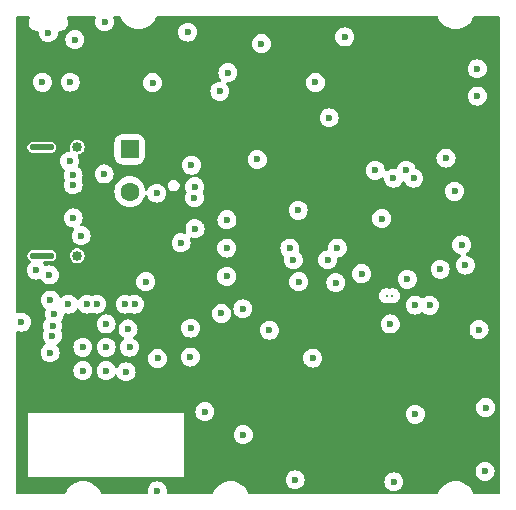
<source format=gbr>
%TF.GenerationSoftware,KiCad,Pcbnew,8.0.4*%
%TF.CreationDate,2024-09-26T12:10:35+10:00*%
%TF.ProjectId,OuchButtonV2,4f756368-4275-4747-946f-6e56322e6b69,rev?*%
%TF.SameCoordinates,Original*%
%TF.FileFunction,Copper,L2,Inr*%
%TF.FilePolarity,Positive*%
%FSLAX46Y46*%
G04 Gerber Fmt 4.6, Leading zero omitted, Abs format (unit mm)*
G04 Created by KiCad (PCBNEW 8.0.4) date 2024-09-26 12:10:35*
%MOMM*%
%LPD*%
G01*
G04 APERTURE LIST*
G04 Aperture macros list*
%AMRoundRect*
0 Rectangle with rounded corners*
0 $1 Rounding radius*
0 $2 $3 $4 $5 $6 $7 $8 $9 X,Y pos of 4 corners*
0 Add a 4 corners polygon primitive as box body*
4,1,4,$2,$3,$4,$5,$6,$7,$8,$9,$2,$3,0*
0 Add four circle primitives for the rounded corners*
1,1,$1+$1,$2,$3*
1,1,$1+$1,$4,$5*
1,1,$1+$1,$6,$7*
1,1,$1+$1,$8,$9*
0 Add four rect primitives between the rounded corners*
20,1,$1+$1,$2,$3,$4,$5,0*
20,1,$1+$1,$4,$5,$6,$7,0*
20,1,$1+$1,$6,$7,$8,$9,0*
20,1,$1+$1,$8,$9,$2,$3,0*%
G04 Aperture macros list end*
%TA.AperFunction,ComponentPad*%
%ADD10RoundRect,0.250000X-0.550000X0.550000X-0.550000X-0.550000X0.550000X-0.550000X0.550000X0.550000X0*%
%TD*%
%TA.AperFunction,ComponentPad*%
%ADD11C,1.600000*%
%TD*%
%TA.AperFunction,ComponentPad*%
%ADD12C,0.850000*%
%TD*%
%TA.AperFunction,ComponentPad*%
%ADD13O,2.050000X0.550000*%
%TD*%
%TA.AperFunction,ViaPad*%
%ADD14C,0.600000*%
%TD*%
%TA.AperFunction,ViaPad*%
%ADD15C,0.300000*%
%TD*%
G04 APERTURE END LIST*
D10*
%TO.N,VBATT*%
%TO.C,J_BATT1*%
X83150000Y-82775000D03*
D11*
%TO.N,GND*%
X83150000Y-86375000D03*
%TD*%
D12*
%TO.N,Net-(J1-SHIELD)*%
%TO.C,J1*%
X78690000Y-82605000D03*
D13*
X75710000Y-82605000D03*
D12*
X78690000Y-91795000D03*
D13*
X75710000Y-91795000D03*
%TD*%
D14*
%TO.N,GND*%
X92760000Y-106950000D03*
X85500000Y-100500000D03*
X112580000Y-78280000D03*
X75750000Y-77120000D03*
X88366626Y-84128096D03*
X78050000Y-83800000D03*
X109430000Y-92950000D03*
X113275000Y-104650000D03*
X97150000Y-110775000D03*
X93950000Y-83650000D03*
X98870000Y-77130000D03*
X83125000Y-99540000D03*
X73975000Y-97425000D03*
X85475000Y-111700000D03*
X112720000Y-98050000D03*
X78100000Y-77100000D03*
X81150000Y-99550000D03*
X83000000Y-98000000D03*
X79028053Y-90103718D03*
X109920000Y-83530000D03*
X78500000Y-73500000D03*
X113225000Y-110050000D03*
X94300000Y-73850000D03*
X100600000Y-94075000D03*
X111560000Y-92600000D03*
X85075000Y-77150000D03*
X105200000Y-97575000D03*
X107325000Y-105225000D03*
X110650000Y-86350000D03*
X79175000Y-101525000D03*
X84500000Y-94000000D03*
X81150000Y-97575000D03*
X112570000Y-75980000D03*
X81150000Y-101525000D03*
X105500000Y-110950000D03*
X79175000Y-99550000D03*
X100030000Y-80120000D03*
X82833521Y-101628565D03*
X98630000Y-100460000D03*
X101350000Y-73275000D03*
X75225000Y-93025000D03*
X91450000Y-76300000D03*
X88050000Y-72875000D03*
X97450000Y-94000000D03*
X81025000Y-72000000D03*
%TO.N,VBATT*%
X80975000Y-84875000D03*
%TO.N,IO2{slash}BATT*%
X88275000Y-100375000D03*
%TO.N,+3V3*%
X112430000Y-86290000D03*
X101175000Y-105050000D03*
X102925000Y-95375000D03*
X108225000Y-72850000D03*
X110250000Y-78950000D03*
X102775000Y-89025000D03*
X110475000Y-103025000D03*
X85950000Y-81000000D03*
X97550000Y-106950000D03*
X88300000Y-101950000D03*
X79800000Y-92050000D03*
X85000000Y-96500000D03*
X96925000Y-74750000D03*
X74025000Y-102200000D03*
X99875000Y-74775000D03*
X83625000Y-73625000D03*
X106075000Y-76925000D03*
%TO.N,EN*%
X88300000Y-97925000D03*
%TO.N,VCC_TX*%
X92725000Y-96300000D03*
X94975000Y-98100000D03*
%TO.N,VUSB*%
X78350000Y-85000000D03*
%TO.N,Net-(FL1-Pad1)*%
X104475000Y-88650000D03*
X100725000Y-91150000D03*
%TO.N,INP1*%
X96700000Y-91150001D03*
X102775000Y-93325000D03*
%TO.N,TX1*%
X91375000Y-88750000D03*
X90911765Y-96688235D03*
%TO.N,INM1*%
X91350000Y-91149999D03*
X97000000Y-92150000D03*
D15*
%TO.N,TX2*%
X105390000Y-95190000D03*
D14*
X91350000Y-93549999D03*
%TO.N,IO18{slash}LR*%
X76350000Y-93425000D03*
X88650000Y-85950000D03*
%TO.N,IO19{slash}WS*%
X76425000Y-95550752D03*
X88625000Y-86900000D03*
%TO.N,IO20{slash}SCK*%
X76745000Y-96745000D03*
X85425000Y-86500000D03*
%TO.N,IO14{slash}SD*%
X87500000Y-90700000D03*
X80350000Y-95900000D03*
%TO.N,Net-(J1-CC2)*%
X78350000Y-88600000D03*
%TO.N,Net-(J1-CC1)*%
X78350000Y-85800000D03*
%TO.N,IO7{slash}SCL*%
X106550000Y-84575000D03*
X103925000Y-84575000D03*
X82750000Y-95900000D03*
%TO.N,IO6{slash}SDA*%
X107325000Y-95975000D03*
X83550003Y-95900000D03*
X105475000Y-85225000D03*
X107175000Y-85225000D03*
X108525000Y-96000000D03*
%TO.N,IO21{slash}S1*%
X76610000Y-97720000D03*
X76250000Y-72900000D03*
%TO.N,Net-(U1-GPIO8)*%
X77950000Y-95900000D03*
%TO.N,IO22{slash}AFE_CLK*%
X76587500Y-98562500D03*
D15*
%TO.N,Net-(U8-CLK)*%
X104890000Y-95190000D03*
D14*
X89500000Y-105000000D03*
%TO.N,IO15{slash}AFE_RST*%
X106650000Y-93800000D03*
X79550000Y-95900000D03*
X111240000Y-90880000D03*
%TO.N,IO23{slash}TOUCH*%
X76400000Y-100000000D03*
%TO.N,IO3{slash}CHG*%
X90775000Y-77875000D03*
%TO.N,IO5{slash}SELECT*%
X97400000Y-87950000D03*
X99901471Y-92150000D03*
X88675000Y-89500000D03*
%TD*%
%TA.AperFunction,Conductor*%
%TO.N,+3V3*%
G36*
X74634731Y-71520185D02*
G01*
X74680486Y-71572989D01*
X74690430Y-71642147D01*
X74670794Y-71693391D01*
X74654228Y-71718182D01*
X74654221Y-71718195D01*
X74601421Y-71845667D01*
X74601418Y-71845677D01*
X74574500Y-71981004D01*
X74574500Y-71981007D01*
X74574500Y-72118993D01*
X74574500Y-72118995D01*
X74574499Y-72118995D01*
X74601418Y-72254322D01*
X74601421Y-72254332D01*
X74654221Y-72381804D01*
X74654228Y-72381817D01*
X74730885Y-72496541D01*
X74730888Y-72496545D01*
X74828454Y-72594111D01*
X74828458Y-72594114D01*
X74943182Y-72670771D01*
X74943195Y-72670778D01*
X75070667Y-72723578D01*
X75070672Y-72723580D01*
X75070676Y-72723580D01*
X75070677Y-72723581D01*
X75206004Y-72750500D01*
X75322524Y-72750500D01*
X75389563Y-72770185D01*
X75435318Y-72822989D01*
X75445743Y-72888384D01*
X75444435Y-72900000D01*
X75444435Y-72900001D01*
X75444435Y-72900003D01*
X75464630Y-73079249D01*
X75464631Y-73079254D01*
X75524211Y-73249523D01*
X75585924Y-73347738D01*
X75620184Y-73402262D01*
X75747738Y-73529816D01*
X75838080Y-73586582D01*
X75898461Y-73624522D01*
X75900478Y-73625789D01*
X75999299Y-73660368D01*
X76070745Y-73685368D01*
X76070750Y-73685369D01*
X76249996Y-73705565D01*
X76250000Y-73705565D01*
X76250004Y-73705565D01*
X76429249Y-73685369D01*
X76429252Y-73685368D01*
X76429255Y-73685368D01*
X76599522Y-73625789D01*
X76752262Y-73529816D01*
X76782082Y-73499996D01*
X77694435Y-73499996D01*
X77694435Y-73500003D01*
X77714630Y-73679249D01*
X77714631Y-73679254D01*
X77774211Y-73849523D01*
X77869258Y-74000788D01*
X77870184Y-74002262D01*
X77997738Y-74129816D01*
X78150478Y-74225789D01*
X78320745Y-74285368D01*
X78320750Y-74285369D01*
X78499996Y-74305565D01*
X78500000Y-74305565D01*
X78500004Y-74305565D01*
X78679249Y-74285369D01*
X78679252Y-74285368D01*
X78679255Y-74285368D01*
X78849522Y-74225789D01*
X79002262Y-74129816D01*
X79129816Y-74002262D01*
X79225491Y-73849996D01*
X93494435Y-73849996D01*
X93494435Y-73850003D01*
X93514630Y-74029249D01*
X93514631Y-74029254D01*
X93574211Y-74199523D01*
X93628152Y-74285369D01*
X93670184Y-74352262D01*
X93797738Y-74479816D01*
X93950478Y-74575789D01*
X94120745Y-74635368D01*
X94120750Y-74635369D01*
X94299996Y-74655565D01*
X94300000Y-74655565D01*
X94300004Y-74655565D01*
X94479249Y-74635369D01*
X94479252Y-74635368D01*
X94479255Y-74635368D01*
X94649522Y-74575789D01*
X94802262Y-74479816D01*
X94929816Y-74352262D01*
X95025789Y-74199522D01*
X95085368Y-74029255D01*
X95085369Y-74029249D01*
X95105565Y-73850003D01*
X95105565Y-73849996D01*
X95085369Y-73670750D01*
X95085368Y-73670745D01*
X95027307Y-73504816D01*
X95025789Y-73500478D01*
X94929816Y-73347738D01*
X94857074Y-73274996D01*
X100544435Y-73274996D01*
X100544435Y-73275003D01*
X100564630Y-73454249D01*
X100564631Y-73454254D01*
X100624211Y-73624523D01*
X100720184Y-73777262D01*
X100847738Y-73904816D01*
X101000478Y-74000789D01*
X101170745Y-74060368D01*
X101170750Y-74060369D01*
X101349996Y-74080565D01*
X101350000Y-74080565D01*
X101350004Y-74080565D01*
X101529249Y-74060369D01*
X101529252Y-74060368D01*
X101529255Y-74060368D01*
X101699522Y-74000789D01*
X101852262Y-73904816D01*
X101979816Y-73777262D01*
X102075789Y-73624522D01*
X102135368Y-73454255D01*
X102144043Y-73377262D01*
X102155565Y-73275003D01*
X102155565Y-73274996D01*
X102135369Y-73095750D01*
X102135368Y-73095745D01*
X102101074Y-72997738D01*
X102075789Y-72925478D01*
X101979816Y-72772738D01*
X101852262Y-72645184D01*
X101827804Y-72629816D01*
X101699523Y-72549211D01*
X101529254Y-72489631D01*
X101529249Y-72489630D01*
X101350004Y-72469435D01*
X101349996Y-72469435D01*
X101170750Y-72489630D01*
X101170745Y-72489631D01*
X101000476Y-72549211D01*
X100847737Y-72645184D01*
X100720184Y-72772737D01*
X100624211Y-72925476D01*
X100564631Y-73095745D01*
X100564630Y-73095750D01*
X100544435Y-73274996D01*
X94857074Y-73274996D01*
X94802262Y-73220184D01*
X94691326Y-73150478D01*
X94649523Y-73124211D01*
X94479254Y-73064631D01*
X94479249Y-73064630D01*
X94300004Y-73044435D01*
X94299996Y-73044435D01*
X94120750Y-73064630D01*
X94120745Y-73064631D01*
X93950476Y-73124211D01*
X93797737Y-73220184D01*
X93670184Y-73347737D01*
X93574211Y-73500476D01*
X93514631Y-73670745D01*
X93514630Y-73670750D01*
X93494435Y-73849996D01*
X79225491Y-73849996D01*
X79225789Y-73849522D01*
X79285368Y-73679255D01*
X79285369Y-73679249D01*
X79305565Y-73500003D01*
X79305565Y-73499996D01*
X79285369Y-73320750D01*
X79285368Y-73320745D01*
X79225788Y-73150476D01*
X79129815Y-72997737D01*
X79007074Y-72874996D01*
X87244435Y-72874996D01*
X87244435Y-72875003D01*
X87264630Y-73054249D01*
X87264631Y-73054254D01*
X87324211Y-73224523D01*
X87339920Y-73249523D01*
X87420184Y-73377262D01*
X87547738Y-73504816D01*
X87700478Y-73600789D01*
X87771924Y-73625789D01*
X87870745Y-73660368D01*
X87870750Y-73660369D01*
X88049996Y-73680565D01*
X88050000Y-73680565D01*
X88050004Y-73680565D01*
X88229249Y-73660369D01*
X88229252Y-73660368D01*
X88229255Y-73660368D01*
X88399522Y-73600789D01*
X88552262Y-73504816D01*
X88679816Y-73377262D01*
X88775789Y-73224522D01*
X88835368Y-73054255D01*
X88835369Y-73054249D01*
X88855565Y-72875003D01*
X88855565Y-72874996D01*
X88835369Y-72695750D01*
X88835368Y-72695745D01*
X88797338Y-72587062D01*
X88775789Y-72525478D01*
X88761201Y-72502262D01*
X88736582Y-72463080D01*
X88679816Y-72372738D01*
X88552262Y-72245184D01*
X88447337Y-72179255D01*
X88399523Y-72149211D01*
X88229254Y-72089631D01*
X88229249Y-72089630D01*
X88050004Y-72069435D01*
X88049996Y-72069435D01*
X87870750Y-72089630D01*
X87870745Y-72089631D01*
X87700476Y-72149211D01*
X87547737Y-72245184D01*
X87420184Y-72372737D01*
X87324211Y-72525476D01*
X87264631Y-72695745D01*
X87264630Y-72695750D01*
X87244435Y-72874996D01*
X79007074Y-72874996D01*
X79002262Y-72870184D01*
X78849523Y-72774211D01*
X78679254Y-72714631D01*
X78679249Y-72714630D01*
X78500004Y-72694435D01*
X78499996Y-72694435D01*
X78320750Y-72714630D01*
X78320745Y-72714631D01*
X78150476Y-72774211D01*
X77997737Y-72870184D01*
X77870184Y-72997737D01*
X77774211Y-73150476D01*
X77714631Y-73320745D01*
X77714630Y-73320750D01*
X77694435Y-73499996D01*
X76782082Y-73499996D01*
X76879816Y-73402262D01*
X76975789Y-73249522D01*
X77035368Y-73079255D01*
X77038185Y-73054254D01*
X77055565Y-72900003D01*
X77055565Y-72900001D01*
X77054256Y-72888387D01*
X77066309Y-72819565D01*
X77113657Y-72768184D01*
X77177476Y-72750500D01*
X77293995Y-72750500D01*
X77385041Y-72732389D01*
X77429328Y-72723580D01*
X77556811Y-72670775D01*
X77671542Y-72594114D01*
X77769114Y-72496542D01*
X77845775Y-72381811D01*
X77898580Y-72254328D01*
X77925500Y-72118993D01*
X77925500Y-71981007D01*
X77925500Y-71981004D01*
X77898581Y-71845677D01*
X77898580Y-71845676D01*
X77898580Y-71845672D01*
X77880695Y-71802494D01*
X77845778Y-71718195D01*
X77845771Y-71718182D01*
X77829206Y-71693391D01*
X77808328Y-71626714D01*
X77826812Y-71559334D01*
X77878791Y-71512643D01*
X77932308Y-71500500D01*
X80176928Y-71500500D01*
X80243967Y-71520185D01*
X80289722Y-71572989D01*
X80299666Y-71642147D01*
X80293970Y-71665454D01*
X80239632Y-71820742D01*
X80239630Y-71820750D01*
X80219435Y-71999996D01*
X80219435Y-72000003D01*
X80239630Y-72179249D01*
X80239631Y-72179254D01*
X80299211Y-72349523D01*
X80359860Y-72446044D01*
X80395184Y-72502262D01*
X80522738Y-72629816D01*
X80587924Y-72670775D01*
X80657721Y-72714632D01*
X80675478Y-72725789D01*
X80809648Y-72772737D01*
X80845745Y-72785368D01*
X80845750Y-72785369D01*
X81024996Y-72805565D01*
X81025000Y-72805565D01*
X81025004Y-72805565D01*
X81204249Y-72785369D01*
X81204252Y-72785368D01*
X81204255Y-72785368D01*
X81374522Y-72725789D01*
X81527262Y-72629816D01*
X81654816Y-72502262D01*
X81750789Y-72349522D01*
X81810368Y-72179255D01*
X81810674Y-72176539D01*
X81830565Y-72000003D01*
X81830565Y-71999996D01*
X81810369Y-71820750D01*
X81810367Y-71820742D01*
X81756030Y-71665454D01*
X81752469Y-71595676D01*
X81787198Y-71535048D01*
X81849191Y-71502821D01*
X81873072Y-71500500D01*
X82287957Y-71500500D01*
X82354996Y-71520185D01*
X82400751Y-71572989D01*
X82404209Y-71582072D01*
X82404265Y-71582051D01*
X82405960Y-71586370D01*
X82510035Y-71802485D01*
X82510040Y-71802494D01*
X82645170Y-72000694D01*
X82808331Y-72176539D01*
X82995878Y-72326103D01*
X83203622Y-72446044D01*
X83426921Y-72533683D01*
X83660789Y-72587062D01*
X83729135Y-72592183D01*
X83899995Y-72604988D01*
X83900000Y-72604988D01*
X83900005Y-72604988D01*
X84049506Y-72593784D01*
X84139211Y-72587062D01*
X84373079Y-72533683D01*
X84596378Y-72446044D01*
X84804122Y-72326103D01*
X84991669Y-72176539D01*
X85154830Y-72000694D01*
X85289960Y-71802494D01*
X85394041Y-71586368D01*
X85394045Y-71586353D01*
X85395735Y-71582051D01*
X85397105Y-71582588D01*
X85432110Y-71529702D01*
X85496050Y-71501536D01*
X85512043Y-71500500D01*
X109137957Y-71500500D01*
X109204996Y-71520185D01*
X109250751Y-71572989D01*
X109254209Y-71582072D01*
X109254265Y-71582051D01*
X109255960Y-71586370D01*
X109360035Y-71802485D01*
X109360040Y-71802494D01*
X109495170Y-72000694D01*
X109658331Y-72176539D01*
X109845878Y-72326103D01*
X110053622Y-72446044D01*
X110276921Y-72533683D01*
X110510789Y-72587062D01*
X110579135Y-72592183D01*
X110749995Y-72604988D01*
X110750000Y-72604988D01*
X110750005Y-72604988D01*
X110899506Y-72593784D01*
X110989211Y-72587062D01*
X111223079Y-72533683D01*
X111446378Y-72446044D01*
X111654122Y-72326103D01*
X111841669Y-72176539D01*
X112004830Y-72000694D01*
X112139960Y-71802494D01*
X112244041Y-71586368D01*
X112244045Y-71586353D01*
X112245735Y-71582051D01*
X112247105Y-71582588D01*
X112282110Y-71529702D01*
X112346050Y-71501536D01*
X112362043Y-71500500D01*
X114375500Y-71500500D01*
X114442539Y-71520185D01*
X114488294Y-71572989D01*
X114499500Y-71624500D01*
X114499500Y-111875500D01*
X114479815Y-111942539D01*
X114427011Y-111988294D01*
X114375500Y-111999500D01*
X112362043Y-111999500D01*
X112295004Y-111979815D01*
X112249249Y-111927011D01*
X112245790Y-111917927D01*
X112245735Y-111917949D01*
X112244044Y-111913641D01*
X112244041Y-111913632D01*
X112158193Y-111735368D01*
X112139964Y-111697514D01*
X112139959Y-111697505D01*
X112004830Y-111499306D01*
X111841669Y-111323461D01*
X111811650Y-111299522D01*
X111783737Y-111277262D01*
X111654122Y-111173897D01*
X111446378Y-111053956D01*
X111446372Y-111053953D01*
X111223084Y-110966319D01*
X111223079Y-110966317D01*
X111223070Y-110966315D01*
X111223067Y-110966314D01*
X110989208Y-110912937D01*
X110750005Y-110895012D01*
X110749995Y-110895012D01*
X110510791Y-110912937D01*
X110276932Y-110966314D01*
X110276924Y-110966316D01*
X110276921Y-110966317D01*
X110276918Y-110966317D01*
X110276915Y-110966319D01*
X110053627Y-111053953D01*
X110053619Y-111053957D01*
X109845878Y-111173897D01*
X109658331Y-111323460D01*
X109658329Y-111323463D01*
X109495168Y-111499308D01*
X109360040Y-111697505D01*
X109360035Y-111697514D01*
X109255960Y-111913629D01*
X109254265Y-111917949D01*
X109252894Y-111917411D01*
X109217890Y-111970298D01*
X109153950Y-111998464D01*
X109137957Y-111999500D01*
X105543043Y-111999500D01*
X105500101Y-111986890D01*
X105478351Y-111997640D01*
X105456957Y-111999500D01*
X93312043Y-111999500D01*
X93245004Y-111979815D01*
X93199249Y-111927011D01*
X93195790Y-111917927D01*
X93195735Y-111917949D01*
X93194044Y-111913641D01*
X93194041Y-111913632D01*
X93108193Y-111735368D01*
X93089964Y-111697514D01*
X93089959Y-111697505D01*
X92954830Y-111499306D01*
X92791669Y-111323461D01*
X92761650Y-111299522D01*
X92733737Y-111277262D01*
X92604122Y-111173897D01*
X92396378Y-111053956D01*
X92396372Y-111053953D01*
X92173084Y-110966319D01*
X92173079Y-110966317D01*
X92173070Y-110966315D01*
X92173067Y-110966314D01*
X91939208Y-110912937D01*
X91700005Y-110895012D01*
X91699995Y-110895012D01*
X91460791Y-110912937D01*
X91226932Y-110966314D01*
X91226924Y-110966316D01*
X91226921Y-110966317D01*
X91226918Y-110966317D01*
X91226915Y-110966319D01*
X91003627Y-111053953D01*
X91003619Y-111053957D01*
X90795878Y-111173897D01*
X90608331Y-111323460D01*
X90608329Y-111323463D01*
X90445168Y-111499308D01*
X90310040Y-111697505D01*
X90310035Y-111697514D01*
X90205960Y-111913629D01*
X90204265Y-111917949D01*
X90202894Y-111917411D01*
X90167890Y-111970298D01*
X90103950Y-111998464D01*
X90087957Y-111999500D01*
X86385576Y-111999500D01*
X86318537Y-111979815D01*
X86272782Y-111927011D01*
X86262356Y-111861617D01*
X86280565Y-111700003D01*
X86280565Y-111699996D01*
X86260369Y-111520750D01*
X86260368Y-111520745D01*
X86236405Y-111452262D01*
X86200789Y-111350478D01*
X86183812Y-111323460D01*
X86104815Y-111197737D01*
X85977262Y-111070184D01*
X85824523Y-110974211D01*
X85654254Y-110914631D01*
X85654249Y-110914630D01*
X85475004Y-110894435D01*
X85474996Y-110894435D01*
X85295750Y-110914630D01*
X85295745Y-110914631D01*
X85125476Y-110974211D01*
X84972737Y-111070184D01*
X84845184Y-111197737D01*
X84749211Y-111350476D01*
X84689631Y-111520745D01*
X84689630Y-111520750D01*
X84669435Y-111699996D01*
X84669435Y-111700003D01*
X84687644Y-111861617D01*
X84675589Y-111930439D01*
X84628240Y-111981818D01*
X84564424Y-111999500D01*
X80812043Y-111999500D01*
X80745004Y-111979815D01*
X80699249Y-111927011D01*
X80695790Y-111917927D01*
X80695735Y-111917949D01*
X80694044Y-111913641D01*
X80694041Y-111913632D01*
X80608193Y-111735368D01*
X80589964Y-111697514D01*
X80589959Y-111697505D01*
X80454830Y-111499306D01*
X80291669Y-111323461D01*
X80261650Y-111299522D01*
X80233737Y-111277262D01*
X80104122Y-111173897D01*
X79896378Y-111053956D01*
X79896372Y-111053953D01*
X79673084Y-110966319D01*
X79673079Y-110966317D01*
X79673070Y-110966315D01*
X79673067Y-110966314D01*
X79439208Y-110912937D01*
X79200005Y-110895012D01*
X79199995Y-110895012D01*
X78960791Y-110912937D01*
X78726932Y-110966314D01*
X78726924Y-110966316D01*
X78726921Y-110966317D01*
X78726918Y-110966317D01*
X78726915Y-110966319D01*
X78503627Y-111053953D01*
X78503619Y-111053957D01*
X78295878Y-111173897D01*
X78108331Y-111323460D01*
X78108329Y-111323463D01*
X77945168Y-111499308D01*
X77810040Y-111697505D01*
X77810035Y-111697514D01*
X77705960Y-111913629D01*
X77704265Y-111917949D01*
X77702894Y-111917411D01*
X77667890Y-111970298D01*
X77603950Y-111998464D01*
X77587957Y-111999500D01*
X73624500Y-111999500D01*
X73557461Y-111979815D01*
X73511706Y-111927011D01*
X73500500Y-111875500D01*
X73500500Y-110774996D01*
X96344435Y-110774996D01*
X96344435Y-110775003D01*
X96364630Y-110954249D01*
X96364631Y-110954254D01*
X96424211Y-111124523D01*
X96520184Y-111277262D01*
X96647738Y-111404816D01*
X96723248Y-111452262D01*
X96798117Y-111499306D01*
X96800478Y-111500789D01*
X96970745Y-111560368D01*
X96970750Y-111560369D01*
X97149996Y-111580565D01*
X97150000Y-111580565D01*
X97150004Y-111580565D01*
X97329249Y-111560369D01*
X97329252Y-111560368D01*
X97329255Y-111560368D01*
X97499522Y-111500789D01*
X97652262Y-111404816D01*
X97779816Y-111277262D01*
X97875789Y-111124522D01*
X97935368Y-110954255D01*
X97935847Y-110950003D01*
X97935848Y-110949996D01*
X104694435Y-110949996D01*
X104694435Y-110950003D01*
X104714630Y-111129249D01*
X104714631Y-111129254D01*
X104774211Y-111299523D01*
X104870184Y-111452262D01*
X104997738Y-111579816D01*
X105150478Y-111675789D01*
X105219678Y-111700003D01*
X105320745Y-111735368D01*
X105320750Y-111735369D01*
X105470840Y-111752280D01*
X105497366Y-111763426D01*
X105508108Y-111756523D01*
X105529160Y-111752280D01*
X105679249Y-111735369D01*
X105679252Y-111735368D01*
X105679255Y-111735368D01*
X105849522Y-111675789D01*
X106002262Y-111579816D01*
X106129816Y-111452262D01*
X106225789Y-111299522D01*
X106285368Y-111129255D01*
X106285901Y-111124523D01*
X106305565Y-110950003D01*
X106305565Y-110949996D01*
X106285369Y-110770750D01*
X106285368Y-110770745D01*
X106225789Y-110600478D01*
X106129816Y-110447738D01*
X106002262Y-110320184D01*
X105849523Y-110224211D01*
X105679254Y-110164631D01*
X105679249Y-110164630D01*
X105500004Y-110144435D01*
X105499996Y-110144435D01*
X105320750Y-110164630D01*
X105320745Y-110164631D01*
X105150476Y-110224211D01*
X104997737Y-110320184D01*
X104870184Y-110447737D01*
X104774211Y-110600476D01*
X104714631Y-110770745D01*
X104714630Y-110770750D01*
X104694435Y-110949996D01*
X97935848Y-110949996D01*
X97955565Y-110775003D01*
X97955565Y-110774996D01*
X97935369Y-110595750D01*
X97935368Y-110595745D01*
X97875788Y-110425476D01*
X97779815Y-110272737D01*
X97652262Y-110145184D01*
X97500772Y-110049996D01*
X112419435Y-110049996D01*
X112419435Y-110050003D01*
X112439630Y-110229249D01*
X112439631Y-110229254D01*
X112499211Y-110399523D01*
X112529507Y-110447738D01*
X112595184Y-110552262D01*
X112722738Y-110679816D01*
X112813080Y-110736582D01*
X112867450Y-110770745D01*
X112875478Y-110775789D01*
X113045745Y-110835368D01*
X113045750Y-110835369D01*
X113224996Y-110855565D01*
X113225000Y-110855565D01*
X113225004Y-110855565D01*
X113404249Y-110835369D01*
X113404252Y-110835368D01*
X113404255Y-110835368D01*
X113574522Y-110775789D01*
X113727262Y-110679816D01*
X113854816Y-110552262D01*
X113950789Y-110399522D01*
X114010368Y-110229255D01*
X114010369Y-110229249D01*
X114030565Y-110050003D01*
X114030565Y-110049996D01*
X114010369Y-109870750D01*
X114010368Y-109870745D01*
X113950788Y-109700476D01*
X113854815Y-109547737D01*
X113727262Y-109420184D01*
X113574523Y-109324211D01*
X113404254Y-109264631D01*
X113404249Y-109264630D01*
X113225004Y-109244435D01*
X113224996Y-109244435D01*
X113045750Y-109264630D01*
X113045745Y-109264631D01*
X112875476Y-109324211D01*
X112722737Y-109420184D01*
X112595184Y-109547737D01*
X112499211Y-109700476D01*
X112439631Y-109870745D01*
X112439630Y-109870750D01*
X112419435Y-110049996D01*
X97500772Y-110049996D01*
X97499523Y-110049211D01*
X97329254Y-109989631D01*
X97329249Y-109989630D01*
X97150004Y-109969435D01*
X97149996Y-109969435D01*
X96970750Y-109989630D01*
X96970745Y-109989631D01*
X96800476Y-110049211D01*
X96647737Y-110145184D01*
X96520184Y-110272737D01*
X96424211Y-110425476D01*
X96364631Y-110595745D01*
X96364630Y-110595750D01*
X96344435Y-110774996D01*
X73500500Y-110774996D01*
X73500500Y-110550000D01*
X74550000Y-110550000D01*
X87750000Y-110550000D01*
X87750000Y-106949996D01*
X91954435Y-106949996D01*
X91954435Y-106950003D01*
X91974630Y-107129249D01*
X91974631Y-107129254D01*
X92034211Y-107299523D01*
X92130184Y-107452262D01*
X92257738Y-107579816D01*
X92410478Y-107675789D01*
X92580745Y-107735368D01*
X92580750Y-107735369D01*
X92759996Y-107755565D01*
X92760000Y-107755565D01*
X92760004Y-107755565D01*
X92939249Y-107735369D01*
X92939252Y-107735368D01*
X92939255Y-107735368D01*
X93109522Y-107675789D01*
X93262262Y-107579816D01*
X93389816Y-107452262D01*
X93485789Y-107299522D01*
X93545368Y-107129255D01*
X93565565Y-106950000D01*
X93545368Y-106770745D01*
X93485789Y-106600478D01*
X93389816Y-106447738D01*
X93262262Y-106320184D01*
X93109523Y-106224211D01*
X92939254Y-106164631D01*
X92939249Y-106164630D01*
X92760004Y-106144435D01*
X92759996Y-106144435D01*
X92580750Y-106164630D01*
X92580745Y-106164631D01*
X92410476Y-106224211D01*
X92257737Y-106320184D01*
X92130184Y-106447737D01*
X92034211Y-106600476D01*
X91974631Y-106770745D01*
X91974630Y-106770750D01*
X91954435Y-106949996D01*
X87750000Y-106949996D01*
X87750000Y-105150000D01*
X74550000Y-105150000D01*
X74550000Y-110550000D01*
X73500500Y-110550000D01*
X73500500Y-104999996D01*
X88694435Y-104999996D01*
X88694435Y-105000003D01*
X88714630Y-105179249D01*
X88714631Y-105179254D01*
X88774211Y-105349523D01*
X88828152Y-105435369D01*
X88870184Y-105502262D01*
X88997738Y-105629816D01*
X89150478Y-105725789D01*
X89154688Y-105727262D01*
X89320745Y-105785368D01*
X89320750Y-105785369D01*
X89499996Y-105805565D01*
X89500000Y-105805565D01*
X89500004Y-105805565D01*
X89679249Y-105785369D01*
X89679252Y-105785368D01*
X89679255Y-105785368D01*
X89849522Y-105725789D01*
X90002262Y-105629816D01*
X90129816Y-105502262D01*
X90225789Y-105349522D01*
X90269363Y-105224996D01*
X106519435Y-105224996D01*
X106519435Y-105225003D01*
X106539630Y-105404249D01*
X106539631Y-105404254D01*
X106599211Y-105574523D01*
X106694258Y-105725788D01*
X106695184Y-105727262D01*
X106822738Y-105854816D01*
X106975478Y-105950789D01*
X107145745Y-106010368D01*
X107145750Y-106010369D01*
X107324996Y-106030565D01*
X107325000Y-106030565D01*
X107325004Y-106030565D01*
X107504249Y-106010369D01*
X107504252Y-106010368D01*
X107504255Y-106010368D01*
X107674522Y-105950789D01*
X107827262Y-105854816D01*
X107954816Y-105727262D01*
X108050789Y-105574522D01*
X108110368Y-105404255D01*
X108110369Y-105404249D01*
X108130565Y-105225003D01*
X108130565Y-105224996D01*
X108110369Y-105045750D01*
X108110368Y-105045745D01*
X108050788Y-104875476D01*
X107954815Y-104722737D01*
X107882074Y-104649996D01*
X112469435Y-104649996D01*
X112469435Y-104650003D01*
X112489630Y-104829249D01*
X112489631Y-104829254D01*
X112549211Y-104999523D01*
X112578258Y-105045750D01*
X112645184Y-105152262D01*
X112772738Y-105279816D01*
X112925478Y-105375789D01*
X113095745Y-105435368D01*
X113095750Y-105435369D01*
X113274996Y-105455565D01*
X113275000Y-105455565D01*
X113275004Y-105455565D01*
X113454249Y-105435369D01*
X113454252Y-105435368D01*
X113454255Y-105435368D01*
X113624522Y-105375789D01*
X113777262Y-105279816D01*
X113904816Y-105152262D01*
X114000789Y-104999522D01*
X114060368Y-104829255D01*
X114060369Y-104829249D01*
X114080565Y-104650003D01*
X114080565Y-104649996D01*
X114060369Y-104470750D01*
X114060368Y-104470745D01*
X114000788Y-104300476D01*
X113904815Y-104147737D01*
X113777262Y-104020184D01*
X113624523Y-103924211D01*
X113454254Y-103864631D01*
X113454249Y-103864630D01*
X113275004Y-103844435D01*
X113274996Y-103844435D01*
X113095750Y-103864630D01*
X113095745Y-103864631D01*
X112925476Y-103924211D01*
X112772737Y-104020184D01*
X112645184Y-104147737D01*
X112549211Y-104300476D01*
X112489631Y-104470745D01*
X112489630Y-104470750D01*
X112469435Y-104649996D01*
X107882074Y-104649996D01*
X107827262Y-104595184D01*
X107674523Y-104499211D01*
X107504254Y-104439631D01*
X107504249Y-104439630D01*
X107325004Y-104419435D01*
X107324996Y-104419435D01*
X107145750Y-104439630D01*
X107145745Y-104439631D01*
X106975476Y-104499211D01*
X106822737Y-104595184D01*
X106695184Y-104722737D01*
X106599211Y-104875476D01*
X106539631Y-105045745D01*
X106539630Y-105045750D01*
X106519435Y-105224996D01*
X90269363Y-105224996D01*
X90285368Y-105179255D01*
X90285369Y-105179249D01*
X90305565Y-105000003D01*
X90305565Y-104999996D01*
X90285369Y-104820750D01*
X90285368Y-104820745D01*
X90251074Y-104722738D01*
X90225789Y-104650478D01*
X90129816Y-104497738D01*
X90002262Y-104370184D01*
X89891326Y-104300478D01*
X89849523Y-104274211D01*
X89679254Y-104214631D01*
X89679249Y-104214630D01*
X89500004Y-104194435D01*
X89499996Y-104194435D01*
X89320750Y-104214630D01*
X89320745Y-104214631D01*
X89150476Y-104274211D01*
X88997737Y-104370184D01*
X88870184Y-104497737D01*
X88774211Y-104650476D01*
X88714631Y-104820745D01*
X88714630Y-104820750D01*
X88694435Y-104999996D01*
X73500500Y-104999996D01*
X73500500Y-101524996D01*
X78369435Y-101524996D01*
X78369435Y-101525003D01*
X78389630Y-101704249D01*
X78389631Y-101704254D01*
X78449211Y-101874523D01*
X78514283Y-101978084D01*
X78545184Y-102027262D01*
X78672738Y-102154816D01*
X78825478Y-102250789D01*
X78847175Y-102258381D01*
X78995745Y-102310368D01*
X78995750Y-102310369D01*
X79174996Y-102330565D01*
X79175000Y-102330565D01*
X79175004Y-102330565D01*
X79354249Y-102310369D01*
X79354252Y-102310368D01*
X79354255Y-102310368D01*
X79524522Y-102250789D01*
X79677262Y-102154816D01*
X79804816Y-102027262D01*
X79900789Y-101874522D01*
X79960368Y-101704255D01*
X79980565Y-101525000D01*
X79980565Y-101524996D01*
X80344435Y-101524996D01*
X80344435Y-101525003D01*
X80364630Y-101704249D01*
X80364631Y-101704254D01*
X80424211Y-101874523D01*
X80489283Y-101978084D01*
X80520184Y-102027262D01*
X80647738Y-102154816D01*
X80800478Y-102250789D01*
X80822175Y-102258381D01*
X80970745Y-102310368D01*
X80970750Y-102310369D01*
X81149996Y-102330565D01*
X81150000Y-102330565D01*
X81150004Y-102330565D01*
X81329249Y-102310369D01*
X81329252Y-102310368D01*
X81329255Y-102310368D01*
X81499522Y-102250789D01*
X81652262Y-102154816D01*
X81779816Y-102027262D01*
X81864498Y-101892490D01*
X81916833Y-101846200D01*
X81985886Y-101835552D01*
X82049735Y-101863927D01*
X82086533Y-101917508D01*
X82107729Y-101978084D01*
X82203705Y-102130827D01*
X82331259Y-102258381D01*
X82483999Y-102354354D01*
X82654266Y-102413933D01*
X82654271Y-102413934D01*
X82833517Y-102434130D01*
X82833521Y-102434130D01*
X82833525Y-102434130D01*
X83012770Y-102413934D01*
X83012773Y-102413933D01*
X83012776Y-102413933D01*
X83183043Y-102354354D01*
X83335783Y-102258381D01*
X83463337Y-102130827D01*
X83559310Y-101978087D01*
X83618889Y-101807820D01*
X83639086Y-101628565D01*
X83627417Y-101525003D01*
X83618890Y-101449315D01*
X83618889Y-101449310D01*
X83563017Y-101289637D01*
X83559310Y-101279043D01*
X83548019Y-101261074D01*
X83520103Y-101216645D01*
X83463337Y-101126303D01*
X83335783Y-100998749D01*
X83183044Y-100902776D01*
X83012775Y-100843196D01*
X83012770Y-100843195D01*
X82833525Y-100823000D01*
X82833517Y-100823000D01*
X82654271Y-100843195D01*
X82654266Y-100843196D01*
X82483997Y-100902776D01*
X82331258Y-100998749D01*
X82203705Y-101126302D01*
X82203703Y-101126305D01*
X82119021Y-101261074D01*
X82066686Y-101307365D01*
X81997633Y-101318012D01*
X81933785Y-101289637D01*
X81896986Y-101236055D01*
X81875789Y-101175478D01*
X81847097Y-101129815D01*
X81779816Y-101022738D01*
X81652262Y-100895184D01*
X81499523Y-100799211D01*
X81329254Y-100739631D01*
X81329249Y-100739630D01*
X81150004Y-100719435D01*
X81149996Y-100719435D01*
X80970750Y-100739630D01*
X80970745Y-100739631D01*
X80800476Y-100799211D01*
X80647737Y-100895184D01*
X80520184Y-101022737D01*
X80424211Y-101175476D01*
X80364631Y-101345745D01*
X80364630Y-101345750D01*
X80344435Y-101524996D01*
X79980565Y-101524996D01*
X79972037Y-101449315D01*
X79960369Y-101345750D01*
X79960368Y-101345745D01*
X79940735Y-101289637D01*
X79900789Y-101175478D01*
X79891295Y-101160369D01*
X79804815Y-101022737D01*
X79677262Y-100895184D01*
X79524523Y-100799211D01*
X79354254Y-100739631D01*
X79354249Y-100739630D01*
X79175004Y-100719435D01*
X79174996Y-100719435D01*
X78995750Y-100739630D01*
X78995745Y-100739631D01*
X78825476Y-100799211D01*
X78672737Y-100895184D01*
X78545184Y-101022737D01*
X78449211Y-101175476D01*
X78389631Y-101345745D01*
X78389630Y-101345750D01*
X78369435Y-101524996D01*
X73500500Y-101524996D01*
X73500500Y-99999996D01*
X75594435Y-99999996D01*
X75594435Y-100000003D01*
X75614630Y-100179249D01*
X75614631Y-100179254D01*
X75674211Y-100349523D01*
X75743626Y-100459996D01*
X75770184Y-100502262D01*
X75897738Y-100629816D01*
X75976410Y-100679249D01*
X76048461Y-100724522D01*
X76050478Y-100725789D01*
X76220745Y-100785368D01*
X76220750Y-100785369D01*
X76399996Y-100805565D01*
X76400000Y-100805565D01*
X76400004Y-100805565D01*
X76579249Y-100785369D01*
X76579252Y-100785368D01*
X76579255Y-100785368D01*
X76749522Y-100725789D01*
X76902262Y-100629816D01*
X77029816Y-100502262D01*
X77031240Y-100499996D01*
X84694435Y-100499996D01*
X84694435Y-100500003D01*
X84714630Y-100679249D01*
X84714631Y-100679254D01*
X84774211Y-100849523D01*
X84845050Y-100962262D01*
X84870184Y-101002262D01*
X84997738Y-101129816D01*
X85150478Y-101225789D01*
X85302669Y-101279043D01*
X85320745Y-101285368D01*
X85320750Y-101285369D01*
X85499996Y-101305565D01*
X85500000Y-101305565D01*
X85500004Y-101305565D01*
X85679249Y-101285369D01*
X85679252Y-101285368D01*
X85679255Y-101285368D01*
X85849522Y-101225789D01*
X86002262Y-101129816D01*
X86129816Y-101002262D01*
X86225789Y-100849522D01*
X86285368Y-100679255D01*
X86289876Y-100639249D01*
X86305565Y-100500003D01*
X86305565Y-100499996D01*
X86291481Y-100374996D01*
X87469435Y-100374996D01*
X87469435Y-100375003D01*
X87489630Y-100554249D01*
X87489631Y-100554254D01*
X87549211Y-100724523D01*
X87627754Y-100849522D01*
X87645184Y-100877262D01*
X87772738Y-101004816D01*
X87801259Y-101022737D01*
X87908014Y-101089816D01*
X87925478Y-101100789D01*
X88095745Y-101160368D01*
X88095750Y-101160369D01*
X88274996Y-101180565D01*
X88275000Y-101180565D01*
X88275004Y-101180565D01*
X88454249Y-101160369D01*
X88454252Y-101160368D01*
X88454255Y-101160368D01*
X88624522Y-101100789D01*
X88777262Y-101004816D01*
X88904816Y-100877262D01*
X89000789Y-100724522D01*
X89060368Y-100554255D01*
X89066481Y-100500000D01*
X89070988Y-100459996D01*
X97824435Y-100459996D01*
X97824435Y-100460003D01*
X97844630Y-100639249D01*
X97844631Y-100639254D01*
X97904211Y-100809523D01*
X97929345Y-100849523D01*
X98000184Y-100962262D01*
X98127738Y-101089816D01*
X98280478Y-101185789D01*
X98424130Y-101236055D01*
X98450745Y-101245368D01*
X98450750Y-101245369D01*
X98629996Y-101265565D01*
X98630000Y-101265565D01*
X98630004Y-101265565D01*
X98809249Y-101245369D01*
X98809252Y-101245368D01*
X98809255Y-101245368D01*
X98979522Y-101185789D01*
X99132262Y-101089816D01*
X99259816Y-100962262D01*
X99355789Y-100809522D01*
X99415368Y-100639255D01*
X99424945Y-100554255D01*
X99435565Y-100460003D01*
X99435565Y-100459996D01*
X99415369Y-100280750D01*
X99415368Y-100280745D01*
X99376552Y-100169815D01*
X99355789Y-100110478D01*
X99259816Y-99957738D01*
X99132262Y-99830184D01*
X99043182Y-99774211D01*
X98979523Y-99734211D01*
X98809254Y-99674631D01*
X98809249Y-99674630D01*
X98630004Y-99654435D01*
X98629996Y-99654435D01*
X98450750Y-99674630D01*
X98450745Y-99674631D01*
X98280476Y-99734211D01*
X98127737Y-99830184D01*
X98000184Y-99957737D01*
X97904211Y-100110476D01*
X97844631Y-100280745D01*
X97844630Y-100280750D01*
X97824435Y-100459996D01*
X89070988Y-100459996D01*
X89080565Y-100375003D01*
X89080565Y-100374996D01*
X89060369Y-100195750D01*
X89060368Y-100195745D01*
X89000788Y-100025476D01*
X88921646Y-99899523D01*
X88904816Y-99872738D01*
X88777262Y-99745184D01*
X88751902Y-99729249D01*
X88624523Y-99649211D01*
X88454254Y-99589631D01*
X88454249Y-99589630D01*
X88275004Y-99569435D01*
X88274996Y-99569435D01*
X88095750Y-99589630D01*
X88095745Y-99589631D01*
X87925476Y-99649211D01*
X87772737Y-99745184D01*
X87645184Y-99872737D01*
X87549211Y-100025476D01*
X87489631Y-100195745D01*
X87489630Y-100195750D01*
X87469435Y-100374996D01*
X86291481Y-100374996D01*
X86285369Y-100320750D01*
X86285368Y-100320745D01*
X86241630Y-100195750D01*
X86225789Y-100150478D01*
X86129816Y-99997738D01*
X86002262Y-99870184D01*
X85849523Y-99774211D01*
X85679254Y-99714631D01*
X85679249Y-99714630D01*
X85500004Y-99694435D01*
X85499996Y-99694435D01*
X85320750Y-99714630D01*
X85320745Y-99714631D01*
X85150476Y-99774211D01*
X84997737Y-99870184D01*
X84870184Y-99997737D01*
X84774211Y-100150476D01*
X84714631Y-100320745D01*
X84714630Y-100320750D01*
X84694435Y-100499996D01*
X77031240Y-100499996D01*
X77125789Y-100349522D01*
X77185368Y-100179255D01*
X77186432Y-100169815D01*
X77205565Y-100000003D01*
X77205565Y-99999996D01*
X77185369Y-99820750D01*
X77185368Y-99820745D01*
X77134241Y-99674632D01*
X77125789Y-99650478D01*
X77062652Y-99549996D01*
X78369435Y-99549996D01*
X78369435Y-99550003D01*
X78389630Y-99729249D01*
X78389631Y-99729254D01*
X78449211Y-99899523D01*
X78512347Y-100000003D01*
X78545184Y-100052262D01*
X78672738Y-100179816D01*
X78698089Y-100195745D01*
X78809561Y-100265788D01*
X78825478Y-100275789D01*
X78995745Y-100335368D01*
X78995750Y-100335369D01*
X79174996Y-100355565D01*
X79175000Y-100355565D01*
X79175004Y-100355565D01*
X79354249Y-100335369D01*
X79354252Y-100335368D01*
X79354255Y-100335368D01*
X79524522Y-100275789D01*
X79677262Y-100179816D01*
X79804816Y-100052262D01*
X79900789Y-99899522D01*
X79960368Y-99729255D01*
X79961495Y-99719254D01*
X79980565Y-99550003D01*
X79980565Y-99549996D01*
X80344435Y-99549996D01*
X80344435Y-99550003D01*
X80364630Y-99729249D01*
X80364631Y-99729254D01*
X80424211Y-99899523D01*
X80487347Y-100000003D01*
X80520184Y-100052262D01*
X80647738Y-100179816D01*
X80673089Y-100195745D01*
X80784561Y-100265788D01*
X80800478Y-100275789D01*
X80970745Y-100335368D01*
X80970750Y-100335369D01*
X81149996Y-100355565D01*
X81150000Y-100355565D01*
X81150004Y-100355565D01*
X81329249Y-100335369D01*
X81329252Y-100335368D01*
X81329255Y-100335368D01*
X81499522Y-100275789D01*
X81652262Y-100179816D01*
X81779816Y-100052262D01*
X81875789Y-99899522D01*
X81935368Y-99729255D01*
X81936495Y-99719254D01*
X81955565Y-99550003D01*
X81955565Y-99549996D01*
X81935369Y-99370750D01*
X81935368Y-99370745D01*
X81914895Y-99312237D01*
X81875789Y-99200478D01*
X81870660Y-99192316D01*
X81779815Y-99047737D01*
X81652262Y-98920184D01*
X81499523Y-98824211D01*
X81329254Y-98764631D01*
X81329249Y-98764630D01*
X81150004Y-98744435D01*
X81149996Y-98744435D01*
X80970750Y-98764630D01*
X80970745Y-98764631D01*
X80800476Y-98824211D01*
X80647737Y-98920184D01*
X80520184Y-99047737D01*
X80424211Y-99200476D01*
X80364631Y-99370745D01*
X80364630Y-99370750D01*
X80344435Y-99549996D01*
X79980565Y-99549996D01*
X79960369Y-99370750D01*
X79960368Y-99370745D01*
X79939895Y-99312237D01*
X79900789Y-99200478D01*
X79895660Y-99192316D01*
X79804815Y-99047737D01*
X79677262Y-98920184D01*
X79524523Y-98824211D01*
X79354254Y-98764631D01*
X79354249Y-98764630D01*
X79175004Y-98744435D01*
X79174996Y-98744435D01*
X78995750Y-98764630D01*
X78995745Y-98764631D01*
X78825476Y-98824211D01*
X78672737Y-98920184D01*
X78545184Y-99047737D01*
X78449211Y-99200476D01*
X78389631Y-99370745D01*
X78389630Y-99370750D01*
X78369435Y-99549996D01*
X77062652Y-99549996D01*
X77029816Y-99497738D01*
X76975330Y-99443252D01*
X76941845Y-99381929D01*
X76946829Y-99312237D01*
X76988701Y-99256304D01*
X76997025Y-99250586D01*
X77089762Y-99192316D01*
X77217316Y-99064762D01*
X77313289Y-98912022D01*
X77372868Y-98741755D01*
X77374129Y-98730565D01*
X77393065Y-98562503D01*
X77393065Y-98562496D01*
X77372869Y-98383250D01*
X77372868Y-98383245D01*
X77310989Y-98206405D01*
X77312380Y-98205917D01*
X77302325Y-98144836D01*
X77320403Y-98094008D01*
X77335789Y-98069522D01*
X77395368Y-97899255D01*
X77398580Y-97870750D01*
X77415565Y-97720003D01*
X77415565Y-97719996D01*
X77399228Y-97574996D01*
X80344435Y-97574996D01*
X80344435Y-97575003D01*
X80364630Y-97754249D01*
X80364631Y-97754254D01*
X80424211Y-97924523D01*
X80471637Y-98000000D01*
X80520184Y-98077262D01*
X80647738Y-98204816D01*
X80800478Y-98300789D01*
X80939749Y-98349522D01*
X80970745Y-98360368D01*
X80970750Y-98360369D01*
X81149996Y-98380565D01*
X81150000Y-98380565D01*
X81150004Y-98380565D01*
X81329249Y-98360369D01*
X81329252Y-98360368D01*
X81329255Y-98360368D01*
X81499522Y-98300789D01*
X81652262Y-98204816D01*
X81779816Y-98077262D01*
X81828365Y-97999996D01*
X82194435Y-97999996D01*
X82194435Y-98000003D01*
X82214630Y-98179249D01*
X82214631Y-98179254D01*
X82274211Y-98349523D01*
X82323058Y-98427262D01*
X82370184Y-98502262D01*
X82497738Y-98629816D01*
X82562007Y-98670199D01*
X82616313Y-98704322D01*
X82662604Y-98756657D01*
X82673252Y-98825711D01*
X82644877Y-98889559D01*
X82627660Y-98906258D01*
X82622739Y-98910182D01*
X82495184Y-99037737D01*
X82399211Y-99190476D01*
X82339631Y-99360745D01*
X82339630Y-99360750D01*
X82319435Y-99539996D01*
X82319435Y-99540003D01*
X82339630Y-99719249D01*
X82339631Y-99719254D01*
X82399211Y-99889523D01*
X82442073Y-99957737D01*
X82495184Y-100042262D01*
X82622738Y-100169816D01*
X82775478Y-100265789D01*
X82932533Y-100320745D01*
X82945745Y-100325368D01*
X82945750Y-100325369D01*
X83124996Y-100345565D01*
X83125000Y-100345565D01*
X83125004Y-100345565D01*
X83304249Y-100325369D01*
X83304252Y-100325368D01*
X83304255Y-100325368D01*
X83474522Y-100265789D01*
X83627262Y-100169816D01*
X83754816Y-100042262D01*
X83850789Y-99889522D01*
X83910368Y-99719255D01*
X83915396Y-99674630D01*
X83930565Y-99540003D01*
X83930565Y-99539996D01*
X83910369Y-99360750D01*
X83910368Y-99360745D01*
X83891280Y-99306195D01*
X83850789Y-99190478D01*
X83844563Y-99180570D01*
X83761099Y-99047738D01*
X83754816Y-99037738D01*
X83627262Y-98910184D01*
X83627260Y-98910182D01*
X83508685Y-98835676D01*
X83462395Y-98783342D01*
X83451747Y-98714288D01*
X83480122Y-98650440D01*
X83497349Y-98633733D01*
X83502252Y-98629821D01*
X83502262Y-98629816D01*
X83629816Y-98502262D01*
X83725789Y-98349522D01*
X83785368Y-98179255D01*
X83787641Y-98159081D01*
X83805565Y-98000003D01*
X83805565Y-97999996D01*
X83797115Y-97924996D01*
X87494435Y-97924996D01*
X87494435Y-97925003D01*
X87514630Y-98104249D01*
X87514631Y-98104254D01*
X87574211Y-98274523D01*
X87628152Y-98360369D01*
X87670184Y-98427262D01*
X87797738Y-98554816D01*
X87809972Y-98562503D01*
X87949922Y-98650440D01*
X87950478Y-98650789D01*
X88103467Y-98704322D01*
X88120745Y-98710368D01*
X88120750Y-98710369D01*
X88299996Y-98730565D01*
X88300000Y-98730565D01*
X88300004Y-98730565D01*
X88479249Y-98710369D01*
X88479252Y-98710368D01*
X88479255Y-98710368D01*
X88649522Y-98650789D01*
X88802262Y-98554816D01*
X88929816Y-98427262D01*
X89025789Y-98274522D01*
X89085368Y-98104255D01*
X89085847Y-98100003D01*
X89085848Y-98099996D01*
X94169435Y-98099996D01*
X94169435Y-98100003D01*
X94189630Y-98279249D01*
X94189631Y-98279254D01*
X94249211Y-98449523D01*
X94320197Y-98562496D01*
X94345184Y-98602262D01*
X94472738Y-98729816D01*
X94545902Y-98775788D01*
X94625353Y-98825711D01*
X94625478Y-98825789D01*
X94710573Y-98855565D01*
X94795745Y-98885368D01*
X94795750Y-98885369D01*
X94974996Y-98905565D01*
X94975000Y-98905565D01*
X94975004Y-98905565D01*
X95154249Y-98885369D01*
X95154252Y-98885368D01*
X95154255Y-98885368D01*
X95324522Y-98825789D01*
X95477262Y-98729816D01*
X95604816Y-98602262D01*
X95700789Y-98449522D01*
X95760368Y-98279255D01*
X95760901Y-98274523D01*
X95780565Y-98100003D01*
X95780565Y-98099996D01*
X95760369Y-97920750D01*
X95760368Y-97920745D01*
X95725376Y-97820745D01*
X95700789Y-97750478D01*
X95681638Y-97720000D01*
X95637955Y-97650478D01*
X95604816Y-97597738D01*
X95582074Y-97574996D01*
X104394435Y-97574996D01*
X104394435Y-97575003D01*
X104414630Y-97754249D01*
X104414631Y-97754254D01*
X104474211Y-97924523D01*
X104521637Y-98000000D01*
X104570184Y-98077262D01*
X104697738Y-98204816D01*
X104850478Y-98300789D01*
X104989749Y-98349522D01*
X105020745Y-98360368D01*
X105020750Y-98360369D01*
X105199996Y-98380565D01*
X105200000Y-98380565D01*
X105200004Y-98380565D01*
X105379249Y-98360369D01*
X105379252Y-98360368D01*
X105379255Y-98360368D01*
X105549522Y-98300789D01*
X105702262Y-98204816D01*
X105829816Y-98077262D01*
X105846948Y-98049996D01*
X111914435Y-98049996D01*
X111914435Y-98050003D01*
X111934630Y-98229249D01*
X111934631Y-98229254D01*
X111994211Y-98399523D01*
X112058767Y-98502262D01*
X112090184Y-98552262D01*
X112217738Y-98679816D01*
X112308080Y-98736582D01*
X112352721Y-98764632D01*
X112370478Y-98775789D01*
X112480282Y-98814211D01*
X112540745Y-98835368D01*
X112540750Y-98835369D01*
X112719996Y-98855565D01*
X112720000Y-98855565D01*
X112720004Y-98855565D01*
X112899249Y-98835369D01*
X112899252Y-98835368D01*
X112899255Y-98835368D01*
X113069522Y-98775789D01*
X113222262Y-98679816D01*
X113349816Y-98552262D01*
X113445789Y-98399522D01*
X113505368Y-98229255D01*
X113507496Y-98210368D01*
X113525565Y-98050003D01*
X113525565Y-98049996D01*
X113505369Y-97870750D01*
X113505368Y-97870745D01*
X113461630Y-97745750D01*
X113445789Y-97700478D01*
X113349816Y-97547738D01*
X113222262Y-97420184D01*
X113160942Y-97381654D01*
X113069523Y-97324211D01*
X112899254Y-97264631D01*
X112899249Y-97264630D01*
X112720004Y-97244435D01*
X112719996Y-97244435D01*
X112540750Y-97264630D01*
X112540745Y-97264631D01*
X112370476Y-97324211D01*
X112217737Y-97420184D01*
X112090184Y-97547737D01*
X111994211Y-97700476D01*
X111934631Y-97870745D01*
X111934630Y-97870750D01*
X111914435Y-98049996D01*
X105846948Y-98049996D01*
X105925789Y-97924522D01*
X105985368Y-97754255D01*
X105985794Y-97750476D01*
X106005565Y-97575003D01*
X106005565Y-97574996D01*
X105985369Y-97395750D01*
X105985368Y-97395745D01*
X105956985Y-97314631D01*
X105925789Y-97225478D01*
X105918973Y-97214631D01*
X105859158Y-97119435D01*
X105829816Y-97072738D01*
X105702262Y-96945184D01*
X105677804Y-96929816D01*
X105549523Y-96849211D01*
X105379254Y-96789631D01*
X105379249Y-96789630D01*
X105200004Y-96769435D01*
X105199996Y-96769435D01*
X105020750Y-96789630D01*
X105020745Y-96789631D01*
X104850476Y-96849211D01*
X104697737Y-96945184D01*
X104570184Y-97072737D01*
X104474211Y-97225476D01*
X104414631Y-97395745D01*
X104414630Y-97395750D01*
X104394435Y-97574996D01*
X95582074Y-97574996D01*
X95477262Y-97470184D01*
X95405357Y-97425003D01*
X95324523Y-97374211D01*
X95154254Y-97314631D01*
X95154249Y-97314630D01*
X94975004Y-97294435D01*
X94974996Y-97294435D01*
X94795750Y-97314630D01*
X94795745Y-97314631D01*
X94625476Y-97374211D01*
X94472737Y-97470184D01*
X94345184Y-97597737D01*
X94249211Y-97750476D01*
X94189631Y-97920745D01*
X94189630Y-97920750D01*
X94169435Y-98099996D01*
X89085848Y-98099996D01*
X89105565Y-97925003D01*
X89105565Y-97924996D01*
X89085369Y-97745750D01*
X89085368Y-97745745D01*
X89069528Y-97700476D01*
X89025789Y-97575478D01*
X88929816Y-97422738D01*
X88802262Y-97295184D01*
X88753639Y-97264632D01*
X88649523Y-97199211D01*
X88479254Y-97139631D01*
X88479249Y-97139630D01*
X88300004Y-97119435D01*
X88299996Y-97119435D01*
X88120750Y-97139630D01*
X88120745Y-97139631D01*
X87950476Y-97199211D01*
X87797737Y-97295184D01*
X87670184Y-97422737D01*
X87574211Y-97575476D01*
X87514631Y-97745745D01*
X87514630Y-97745750D01*
X87494435Y-97924996D01*
X83797115Y-97924996D01*
X83785369Y-97820750D01*
X83785368Y-97820745D01*
X83762100Y-97754249D01*
X83725789Y-97650478D01*
X83629816Y-97497738D01*
X83502262Y-97370184D01*
X83349523Y-97274211D01*
X83179254Y-97214631D01*
X83179249Y-97214630D01*
X83000004Y-97194435D01*
X82999996Y-97194435D01*
X82820750Y-97214630D01*
X82820745Y-97214631D01*
X82650476Y-97274211D01*
X82497737Y-97370184D01*
X82370184Y-97497737D01*
X82274211Y-97650476D01*
X82214631Y-97820745D01*
X82214630Y-97820750D01*
X82194435Y-97999996D01*
X81828365Y-97999996D01*
X81875789Y-97924522D01*
X81935368Y-97754255D01*
X81935794Y-97750476D01*
X81955565Y-97575003D01*
X81955565Y-97574996D01*
X81935369Y-97395750D01*
X81935368Y-97395745D01*
X81906985Y-97314631D01*
X81875789Y-97225478D01*
X81868973Y-97214631D01*
X81809158Y-97119435D01*
X81779816Y-97072738D01*
X81652262Y-96945184D01*
X81627804Y-96929816D01*
X81499523Y-96849211D01*
X81329254Y-96789631D01*
X81329249Y-96789630D01*
X81150004Y-96769435D01*
X81149996Y-96769435D01*
X80970750Y-96789630D01*
X80970742Y-96789632D01*
X80808975Y-96846237D01*
X80804320Y-96846474D01*
X80804249Y-96846566D01*
X80797951Y-96850797D01*
X80647740Y-96945182D01*
X80647737Y-96945184D01*
X80520184Y-97072737D01*
X80424211Y-97225476D01*
X80364631Y-97395745D01*
X80364630Y-97395750D01*
X80344435Y-97574996D01*
X77399228Y-97574996D01*
X77395369Y-97540750D01*
X77395366Y-97540737D01*
X77339700Y-97381654D01*
X77336138Y-97311875D01*
X77369064Y-97253014D01*
X77369492Y-97252585D01*
X77374816Y-97247262D01*
X77470789Y-97094522D01*
X77530368Y-96924255D01*
X77536765Y-96867484D01*
X77547971Y-96768022D01*
X77575037Y-96703608D01*
X77632632Y-96664053D01*
X77702469Y-96661915D01*
X77712146Y-96664864D01*
X77770737Y-96685366D01*
X77770743Y-96685367D01*
X77770745Y-96685368D01*
X77770746Y-96685368D01*
X77770750Y-96685369D01*
X77949996Y-96705565D01*
X77950000Y-96705565D01*
X77950004Y-96705565D01*
X78129249Y-96685369D01*
X78129252Y-96685368D01*
X78129255Y-96685368D01*
X78299522Y-96625789D01*
X78452262Y-96529816D01*
X78579816Y-96402262D01*
X78645007Y-96298510D01*
X78697341Y-96252221D01*
X78766394Y-96241573D01*
X78830243Y-96269948D01*
X78854992Y-96298509D01*
X78920184Y-96402262D01*
X79047738Y-96529816D01*
X79104906Y-96565737D01*
X79198254Y-96624392D01*
X79200478Y-96625789D01*
X79312148Y-96664864D01*
X79370745Y-96685368D01*
X79370750Y-96685369D01*
X79549996Y-96705565D01*
X79550000Y-96705565D01*
X79550004Y-96705565D01*
X79729249Y-96685369D01*
X79729251Y-96685368D01*
X79729255Y-96685368D01*
X79729258Y-96685366D01*
X79729262Y-96685366D01*
X79906095Y-96623489D01*
X79906846Y-96625637D01*
X79965128Y-96616035D01*
X79993588Y-96624392D01*
X79993905Y-96623489D01*
X80170737Y-96685366D01*
X80170743Y-96685367D01*
X80170745Y-96685368D01*
X80170746Y-96685368D01*
X80170750Y-96685369D01*
X80349996Y-96705565D01*
X80350000Y-96705565D01*
X80350004Y-96705565D01*
X80529249Y-96685369D01*
X80529251Y-96685368D01*
X80529255Y-96685368D01*
X80529258Y-96685366D01*
X80529262Y-96685366D01*
X80691023Y-96628763D01*
X80695678Y-96628525D01*
X80695751Y-96628433D01*
X80702049Y-96624201D01*
X80732900Y-96604816D01*
X80852262Y-96529816D01*
X80979816Y-96402262D01*
X81075789Y-96249522D01*
X81135368Y-96079255D01*
X81138325Y-96053014D01*
X81155565Y-95900003D01*
X81155565Y-95899996D01*
X81944435Y-95899996D01*
X81944435Y-95900003D01*
X81964630Y-96079249D01*
X81964631Y-96079254D01*
X82024211Y-96249523D01*
X82071337Y-96324523D01*
X82120184Y-96402262D01*
X82247738Y-96529816D01*
X82304906Y-96565737D01*
X82398254Y-96624392D01*
X82400478Y-96625789D01*
X82512148Y-96664864D01*
X82570745Y-96685368D01*
X82570750Y-96685369D01*
X82749996Y-96705565D01*
X82750000Y-96705565D01*
X82750004Y-96705565D01*
X82929249Y-96685369D01*
X82929251Y-96685368D01*
X82929255Y-96685368D01*
X82929258Y-96685366D01*
X82929262Y-96685366D01*
X83106095Y-96623489D01*
X83106846Y-96625637D01*
X83165128Y-96616035D01*
X83193592Y-96624391D01*
X83193908Y-96623489D01*
X83370748Y-96685368D01*
X83370753Y-96685369D01*
X83549999Y-96705565D01*
X83550003Y-96705565D01*
X83550007Y-96705565D01*
X83703851Y-96688231D01*
X90106200Y-96688231D01*
X90106200Y-96688238D01*
X90126395Y-96867484D01*
X90126396Y-96867489D01*
X90185976Y-97037758D01*
X90249987Y-97139630D01*
X90281949Y-97190497D01*
X90409503Y-97318051D01*
X90562243Y-97414024D01*
X90722739Y-97470184D01*
X90732510Y-97473603D01*
X90732515Y-97473604D01*
X90911761Y-97493800D01*
X90911765Y-97493800D01*
X90911769Y-97493800D01*
X91091014Y-97473604D01*
X91091017Y-97473603D01*
X91091020Y-97473603D01*
X91261287Y-97414024D01*
X91414027Y-97318051D01*
X91541581Y-97190497D01*
X91637554Y-97037757D01*
X91697133Y-96867490D01*
X91699528Y-96846237D01*
X91717330Y-96688238D01*
X91717330Y-96688232D01*
X91700244Y-96536594D01*
X91703340Y-96518912D01*
X91698982Y-96513560D01*
X91696258Y-96506479D01*
X91677069Y-96451641D01*
X91637554Y-96338713D01*
X91613226Y-96299996D01*
X91919435Y-96299996D01*
X91919435Y-96300003D01*
X91936520Y-96451641D01*
X91933423Y-96469321D01*
X91937781Y-96474673D01*
X91940505Y-96481755D01*
X91999209Y-96649519D01*
X92034425Y-96705565D01*
X92095184Y-96802262D01*
X92222738Y-96929816D01*
X92375478Y-97025789D01*
X92509648Y-97072737D01*
X92545745Y-97085368D01*
X92545750Y-97085369D01*
X92724996Y-97105565D01*
X92725000Y-97105565D01*
X92725004Y-97105565D01*
X92904249Y-97085369D01*
X92904252Y-97085368D01*
X92904255Y-97085368D01*
X93074522Y-97025789D01*
X93227262Y-96929816D01*
X93354816Y-96802262D01*
X93450789Y-96649522D01*
X93510368Y-96479255D01*
X93510593Y-96477262D01*
X93530565Y-96300003D01*
X93530565Y-96299996D01*
X93510369Y-96120750D01*
X93510368Y-96120745D01*
X93472986Y-96013914D01*
X93459368Y-95974996D01*
X106519435Y-95974996D01*
X106519435Y-95975003D01*
X106539630Y-96154249D01*
X106539631Y-96154254D01*
X106599211Y-96324523D01*
X106643796Y-96395479D01*
X106695184Y-96477262D01*
X106822738Y-96604816D01*
X106893882Y-96649519D01*
X106972966Y-96699211D01*
X106975478Y-96700789D01*
X107145745Y-96760368D01*
X107145750Y-96760369D01*
X107324996Y-96780565D01*
X107325000Y-96780565D01*
X107325004Y-96780565D01*
X107504249Y-96760369D01*
X107504252Y-96760368D01*
X107504255Y-96760368D01*
X107674522Y-96700789D01*
X107827262Y-96604816D01*
X107827266Y-96604811D01*
X107832705Y-96600475D01*
X107834081Y-96602201D01*
X107886142Y-96573774D01*
X107955834Y-96578758D01*
X108000181Y-96607259D01*
X108022738Y-96629816D01*
X108175478Y-96725789D01*
X108274299Y-96760368D01*
X108345745Y-96785368D01*
X108345750Y-96785369D01*
X108524996Y-96805565D01*
X108525000Y-96805565D01*
X108525004Y-96805565D01*
X108704249Y-96785369D01*
X108704252Y-96785368D01*
X108704255Y-96785368D01*
X108874522Y-96725789D01*
X109027262Y-96629816D01*
X109154816Y-96502262D01*
X109250789Y-96349522D01*
X109310368Y-96179255D01*
X109313185Y-96154254D01*
X109330565Y-96000003D01*
X109330565Y-95999996D01*
X109310369Y-95820750D01*
X109310368Y-95820745D01*
X109304052Y-95802696D01*
X109250789Y-95650478D01*
X109235080Y-95625478D01*
X109187955Y-95550478D01*
X109154816Y-95497738D01*
X109027262Y-95370184D01*
X109023374Y-95367741D01*
X108874523Y-95274211D01*
X108704254Y-95214631D01*
X108704249Y-95214630D01*
X108525004Y-95194435D01*
X108524996Y-95194435D01*
X108345750Y-95214630D01*
X108345745Y-95214631D01*
X108175476Y-95274211D01*
X108022737Y-95370184D01*
X108017295Y-95374525D01*
X108015918Y-95372798D01*
X107963858Y-95401226D01*
X107894166Y-95396242D01*
X107849819Y-95367741D01*
X107827262Y-95345184D01*
X107674523Y-95249211D01*
X107504254Y-95189631D01*
X107504249Y-95189630D01*
X107325004Y-95169435D01*
X107324996Y-95169435D01*
X107145750Y-95189630D01*
X107145745Y-95189631D01*
X106975476Y-95249211D01*
X106822737Y-95345184D01*
X106695184Y-95472737D01*
X106599211Y-95625476D01*
X106539631Y-95795745D01*
X106539630Y-95795750D01*
X106519435Y-95974996D01*
X93459368Y-95974996D01*
X93450789Y-95950478D01*
X93354816Y-95797738D01*
X93227262Y-95670184D01*
X93156110Y-95625476D01*
X93074523Y-95574211D01*
X92904254Y-95514631D01*
X92904249Y-95514630D01*
X92725004Y-95494435D01*
X92724996Y-95494435D01*
X92545750Y-95514630D01*
X92545745Y-95514631D01*
X92375476Y-95574211D01*
X92222737Y-95670184D01*
X92095184Y-95797737D01*
X91999211Y-95950476D01*
X91939631Y-96120745D01*
X91939630Y-96120750D01*
X91919435Y-96299996D01*
X91613226Y-96299996D01*
X91541581Y-96185973D01*
X91414027Y-96058419D01*
X91321054Y-96000000D01*
X91261288Y-95962446D01*
X91091019Y-95902866D01*
X91091014Y-95902865D01*
X90911769Y-95882670D01*
X90911761Y-95882670D01*
X90732515Y-95902865D01*
X90732510Y-95902866D01*
X90562241Y-95962446D01*
X90409502Y-96058419D01*
X90281949Y-96185972D01*
X90185976Y-96338711D01*
X90126396Y-96508980D01*
X90126395Y-96508985D01*
X90106200Y-96688231D01*
X83703851Y-96688231D01*
X83729252Y-96685369D01*
X83729255Y-96685368D01*
X83729258Y-96685368D01*
X83899525Y-96625789D01*
X84052265Y-96529816D01*
X84179819Y-96402262D01*
X84275792Y-96249522D01*
X84335371Y-96079255D01*
X84338328Y-96053014D01*
X84355568Y-95900003D01*
X84355568Y-95899996D01*
X84335372Y-95720750D01*
X84335371Y-95720745D01*
X84317679Y-95670184D01*
X84275792Y-95550478D01*
X84274095Y-95547778D01*
X84216064Y-95455422D01*
X84179819Y-95397738D01*
X84052265Y-95270184D01*
X83963855Y-95214632D01*
X83924652Y-95189999D01*
X104234722Y-95189999D01*
X104234722Y-95190000D01*
X104253762Y-95346818D01*
X104273074Y-95397738D01*
X104309780Y-95494523D01*
X104399517Y-95624530D01*
X104517760Y-95729283D01*
X104529860Y-95735633D01*
X104657634Y-95802696D01*
X104811014Y-95840500D01*
X104811015Y-95840500D01*
X104968985Y-95840500D01*
X105110327Y-95805663D01*
X105169673Y-95805663D01*
X105311015Y-95840500D01*
X105468985Y-95840500D01*
X105622365Y-95802696D01*
X105762240Y-95729283D01*
X105880483Y-95624530D01*
X105970220Y-95494523D01*
X106026237Y-95346818D01*
X106045278Y-95190000D01*
X106043380Y-95174364D01*
X106026237Y-95033181D01*
X106004992Y-94977164D01*
X105970220Y-94885477D01*
X105880483Y-94755470D01*
X105762240Y-94650717D01*
X105762238Y-94650716D01*
X105762237Y-94650715D01*
X105622365Y-94577303D01*
X105468986Y-94539500D01*
X105468985Y-94539500D01*
X105311015Y-94539500D01*
X105311014Y-94539500D01*
X105169674Y-94574336D01*
X105110326Y-94574336D01*
X104968986Y-94539500D01*
X104968985Y-94539500D01*
X104811015Y-94539500D01*
X104811014Y-94539500D01*
X104657634Y-94577303D01*
X104517762Y-94650715D01*
X104399516Y-94755471D01*
X104309781Y-94885475D01*
X104309780Y-94885476D01*
X104253762Y-95033181D01*
X104234722Y-95189999D01*
X83924652Y-95189999D01*
X83899526Y-95174211D01*
X83729257Y-95114631D01*
X83729252Y-95114630D01*
X83550007Y-95094435D01*
X83549999Y-95094435D01*
X83370753Y-95114630D01*
X83370740Y-95114633D01*
X83193909Y-95176510D01*
X83193160Y-95174369D01*
X83134824Y-95183958D01*
X83106408Y-95175611D01*
X83106094Y-95176510D01*
X82929262Y-95114633D01*
X82929249Y-95114630D01*
X82750004Y-95094435D01*
X82749996Y-95094435D01*
X82570750Y-95114630D01*
X82570745Y-95114631D01*
X82400476Y-95174211D01*
X82247737Y-95270184D01*
X82120184Y-95397737D01*
X82024211Y-95550476D01*
X81964631Y-95720745D01*
X81964630Y-95720750D01*
X81944435Y-95899996D01*
X81155565Y-95899996D01*
X81135369Y-95720750D01*
X81135368Y-95720745D01*
X81117676Y-95670184D01*
X81075789Y-95550478D01*
X81074092Y-95547778D01*
X81016061Y-95455422D01*
X80979816Y-95397738D01*
X80852262Y-95270184D01*
X80763852Y-95214632D01*
X80699523Y-95174211D01*
X80529254Y-95114631D01*
X80529249Y-95114630D01*
X80350004Y-95094435D01*
X80349996Y-95094435D01*
X80170750Y-95114630D01*
X80170737Y-95114633D01*
X79993906Y-95176510D01*
X79993155Y-95174364D01*
X79934856Y-95183962D01*
X79906409Y-95175609D01*
X79906094Y-95176510D01*
X79729262Y-95114633D01*
X79729249Y-95114630D01*
X79550004Y-95094435D01*
X79549996Y-95094435D01*
X79370750Y-95114630D01*
X79370745Y-95114631D01*
X79200476Y-95174211D01*
X79047737Y-95270184D01*
X78920184Y-95397737D01*
X78854994Y-95501487D01*
X78802659Y-95547778D01*
X78733605Y-95558426D01*
X78669757Y-95530051D01*
X78645006Y-95501487D01*
X78616061Y-95455422D01*
X78579816Y-95397738D01*
X78452262Y-95270184D01*
X78363852Y-95214632D01*
X78299523Y-95174211D01*
X78129254Y-95114631D01*
X78129249Y-95114630D01*
X77950004Y-95094435D01*
X77949996Y-95094435D01*
X77770750Y-95114630D01*
X77770745Y-95114631D01*
X77600476Y-95174211D01*
X77447739Y-95270183D01*
X77385179Y-95332743D01*
X77323855Y-95366227D01*
X77254164Y-95361242D01*
X77198230Y-95319371D01*
X77180457Y-95286018D01*
X77150789Y-95201230D01*
X77054816Y-95048490D01*
X76927262Y-94920936D01*
X76774523Y-94824963D01*
X76604254Y-94765383D01*
X76604249Y-94765382D01*
X76425004Y-94745187D01*
X76424996Y-94745187D01*
X76245750Y-94765382D01*
X76245745Y-94765383D01*
X76075476Y-94824963D01*
X75922737Y-94920936D01*
X75795184Y-95048489D01*
X75699211Y-95201228D01*
X75639631Y-95371497D01*
X75639630Y-95371502D01*
X75619435Y-95550748D01*
X75619435Y-95550755D01*
X75639630Y-95730001D01*
X75639631Y-95730006D01*
X75699211Y-95900275D01*
X75761873Y-96000000D01*
X75795184Y-96053014D01*
X75922738Y-96180568D01*
X75983723Y-96218888D01*
X76030014Y-96271222D01*
X76040662Y-96340275D01*
X76022748Y-96389848D01*
X76019209Y-96395479D01*
X75959633Y-96565737D01*
X75959630Y-96565750D01*
X75939435Y-96744996D01*
X75939435Y-96745003D01*
X75959630Y-96924249D01*
X75959631Y-96924254D01*
X76015300Y-97083345D01*
X76018861Y-97153124D01*
X75985943Y-97211977D01*
X75980186Y-97217734D01*
X75884211Y-97370476D01*
X75824631Y-97540745D01*
X75824630Y-97540750D01*
X75804435Y-97719996D01*
X75804435Y-97720003D01*
X75824630Y-97899249D01*
X75824633Y-97899262D01*
X75886510Y-98076094D01*
X75885117Y-98076581D01*
X75895176Y-98137653D01*
X75877099Y-98188487D01*
X75861709Y-98212981D01*
X75802133Y-98383237D01*
X75802130Y-98383250D01*
X75781935Y-98562496D01*
X75781935Y-98562503D01*
X75802130Y-98741749D01*
X75802131Y-98741754D01*
X75861711Y-98912023D01*
X75957684Y-99064762D01*
X76012169Y-99119247D01*
X76045654Y-99180570D01*
X76040670Y-99250262D01*
X75998798Y-99306195D01*
X75990461Y-99311921D01*
X75897740Y-99370182D01*
X75897737Y-99370184D01*
X75770184Y-99497737D01*
X75674211Y-99650476D01*
X75614631Y-99820745D01*
X75614630Y-99820750D01*
X75594435Y-99999996D01*
X73500500Y-99999996D01*
X73500500Y-98281819D01*
X73520185Y-98214780D01*
X73572989Y-98169025D01*
X73642147Y-98159081D01*
X73665455Y-98164778D01*
X73795737Y-98210366D01*
X73795743Y-98210367D01*
X73795745Y-98210368D01*
X73795746Y-98210368D01*
X73795750Y-98210369D01*
X73974996Y-98230565D01*
X73975000Y-98230565D01*
X73975004Y-98230565D01*
X74154249Y-98210369D01*
X74154252Y-98210368D01*
X74154255Y-98210368D01*
X74324522Y-98150789D01*
X74477262Y-98054816D01*
X74604816Y-97927262D01*
X74700789Y-97774522D01*
X74760368Y-97604255D01*
X74760369Y-97604249D01*
X74780565Y-97425003D01*
X74780565Y-97424996D01*
X74760369Y-97245750D01*
X74760368Y-97245745D01*
X74750568Y-97217738D01*
X74700789Y-97075478D01*
X74699067Y-97072738D01*
X74661582Y-97013080D01*
X74604816Y-96922738D01*
X74477262Y-96795184D01*
X74468426Y-96789632D01*
X74324523Y-96699211D01*
X74154254Y-96639631D01*
X74154249Y-96639630D01*
X73975004Y-96619435D01*
X73974996Y-96619435D01*
X73795750Y-96639630D01*
X73795742Y-96639632D01*
X73665454Y-96685222D01*
X73595675Y-96688783D01*
X73535048Y-96654054D01*
X73502821Y-96592061D01*
X73500500Y-96568180D01*
X73500500Y-93024996D01*
X74419435Y-93024996D01*
X74419435Y-93025003D01*
X74439630Y-93204249D01*
X74439631Y-93204254D01*
X74499211Y-93374523D01*
X74530926Y-93424996D01*
X74595184Y-93527262D01*
X74722738Y-93654816D01*
X74813080Y-93711582D01*
X74850935Y-93735368D01*
X74875478Y-93750789D01*
X74943306Y-93774523D01*
X75045745Y-93810368D01*
X75045750Y-93810369D01*
X75224996Y-93830565D01*
X75225000Y-93830565D01*
X75225004Y-93830565D01*
X75404249Y-93810369D01*
X75404252Y-93810368D01*
X75404255Y-93810368D01*
X75404256Y-93810367D01*
X75404259Y-93810367D01*
X75460616Y-93790646D01*
X75509692Y-93773473D01*
X75579470Y-93769911D01*
X75640098Y-93804640D01*
X75655641Y-93824543D01*
X75700384Y-93895750D01*
X75720184Y-93927262D01*
X75847738Y-94054816D01*
X75936148Y-94110368D01*
X75998461Y-94149522D01*
X76000478Y-94150789D01*
X76083427Y-94179814D01*
X76170745Y-94210368D01*
X76170750Y-94210369D01*
X76349996Y-94230565D01*
X76350000Y-94230565D01*
X76350004Y-94230565D01*
X76529249Y-94210369D01*
X76529252Y-94210368D01*
X76529255Y-94210368D01*
X76699522Y-94150789D01*
X76852262Y-94054816D01*
X76907082Y-93999996D01*
X83694435Y-93999996D01*
X83694435Y-94000003D01*
X83714630Y-94179249D01*
X83714631Y-94179254D01*
X83774211Y-94349523D01*
X83821337Y-94424523D01*
X83870184Y-94502262D01*
X83997738Y-94629816D01*
X84150478Y-94725789D01*
X84263631Y-94765383D01*
X84320745Y-94785368D01*
X84320750Y-94785369D01*
X84499996Y-94805565D01*
X84500000Y-94805565D01*
X84500004Y-94805565D01*
X84679249Y-94785369D01*
X84679252Y-94785368D01*
X84679255Y-94785368D01*
X84849522Y-94725789D01*
X85002262Y-94629816D01*
X85129816Y-94502262D01*
X85225789Y-94349522D01*
X85285368Y-94179255D01*
X85285369Y-94179249D01*
X85305565Y-94000003D01*
X85305565Y-93999996D01*
X85285369Y-93820750D01*
X85285368Y-93820745D01*
X85267580Y-93769911D01*
X85225789Y-93650478D01*
X85207106Y-93620745D01*
X85162651Y-93549995D01*
X90544435Y-93549995D01*
X90544435Y-93550002D01*
X90564630Y-93729248D01*
X90564631Y-93729253D01*
X90624211Y-93899522D01*
X90687346Y-94000000D01*
X90720184Y-94052261D01*
X90847738Y-94179815D01*
X91000478Y-94275788D01*
X91170745Y-94335367D01*
X91170750Y-94335368D01*
X91349996Y-94355564D01*
X91350000Y-94355564D01*
X91350004Y-94355564D01*
X91529249Y-94335368D01*
X91529252Y-94335367D01*
X91529255Y-94335367D01*
X91699522Y-94275788D01*
X91852262Y-94179815D01*
X91979816Y-94052261D01*
X92012656Y-93999996D01*
X96644435Y-93999996D01*
X96644435Y-94000003D01*
X96664630Y-94179249D01*
X96664631Y-94179254D01*
X96724211Y-94349523D01*
X96771337Y-94424523D01*
X96820184Y-94502262D01*
X96947738Y-94629816D01*
X97100478Y-94725789D01*
X97213631Y-94765383D01*
X97270745Y-94785368D01*
X97270750Y-94785369D01*
X97449996Y-94805565D01*
X97450000Y-94805565D01*
X97450004Y-94805565D01*
X97629249Y-94785369D01*
X97629252Y-94785368D01*
X97629255Y-94785368D01*
X97799522Y-94725789D01*
X97952262Y-94629816D01*
X98079816Y-94502262D01*
X98175789Y-94349522D01*
X98235368Y-94179255D01*
X98235369Y-94179249D01*
X98247115Y-94074996D01*
X99794435Y-94074996D01*
X99794435Y-94075003D01*
X99814630Y-94254249D01*
X99814631Y-94254254D01*
X99874211Y-94424523D01*
X99968345Y-94574336D01*
X99970184Y-94577262D01*
X100097738Y-94704816D01*
X100161988Y-94745187D01*
X100225935Y-94785368D01*
X100250478Y-94800789D01*
X100420745Y-94860368D01*
X100420750Y-94860369D01*
X100599996Y-94880565D01*
X100600000Y-94880565D01*
X100600004Y-94880565D01*
X100779249Y-94860369D01*
X100779252Y-94860368D01*
X100779255Y-94860368D01*
X100949522Y-94800789D01*
X101102262Y-94704816D01*
X101229816Y-94577262D01*
X101325789Y-94424522D01*
X101385368Y-94254255D01*
X101385369Y-94254249D01*
X101405565Y-94075003D01*
X101405565Y-94074996D01*
X101385369Y-93895750D01*
X101385368Y-93895745D01*
X101325789Y-93725478D01*
X101229816Y-93572738D01*
X101102262Y-93445184D01*
X101070144Y-93425003D01*
X100949523Y-93349211D01*
X100880321Y-93324996D01*
X101969435Y-93324996D01*
X101969435Y-93325003D01*
X101989630Y-93504249D01*
X101989631Y-93504254D01*
X102049211Y-93674523D01*
X102109148Y-93769911D01*
X102145184Y-93827262D01*
X102272738Y-93954816D01*
X102425478Y-94050789D01*
X102494678Y-94075003D01*
X102595745Y-94110368D01*
X102595750Y-94110369D01*
X102774996Y-94130565D01*
X102775000Y-94130565D01*
X102775004Y-94130565D01*
X102954249Y-94110369D01*
X102954252Y-94110368D01*
X102954255Y-94110368D01*
X103124522Y-94050789D01*
X103277262Y-93954816D01*
X103404816Y-93827262D01*
X103421948Y-93799996D01*
X105844435Y-93799996D01*
X105844435Y-93800003D01*
X105864630Y-93979249D01*
X105864631Y-93979254D01*
X105924211Y-94149523D01*
X105990019Y-94254255D01*
X106020184Y-94302262D01*
X106147738Y-94429816D01*
X106300478Y-94525789D01*
X106470745Y-94585368D01*
X106470750Y-94585369D01*
X106649996Y-94605565D01*
X106650000Y-94605565D01*
X106650004Y-94605565D01*
X106829249Y-94585369D01*
X106829252Y-94585368D01*
X106829255Y-94585368D01*
X106999522Y-94525789D01*
X107152262Y-94429816D01*
X107279816Y-94302262D01*
X107375789Y-94149522D01*
X107435368Y-93979255D01*
X107444777Y-93895750D01*
X107455565Y-93800003D01*
X107455565Y-93799996D01*
X107435369Y-93620750D01*
X107435368Y-93620745D01*
X107410613Y-93549999D01*
X107375789Y-93450478D01*
X107279816Y-93297738D01*
X107152262Y-93170184D01*
X107087124Y-93129255D01*
X106999523Y-93074211D01*
X106829254Y-93014631D01*
X106829249Y-93014630D01*
X106650004Y-92994435D01*
X106649996Y-92994435D01*
X106470750Y-93014630D01*
X106470745Y-93014631D01*
X106300476Y-93074211D01*
X106147737Y-93170184D01*
X106020184Y-93297737D01*
X105924211Y-93450476D01*
X105864631Y-93620745D01*
X105864630Y-93620750D01*
X105844435Y-93799996D01*
X103421948Y-93799996D01*
X103500789Y-93674522D01*
X103560368Y-93504255D01*
X103560369Y-93504249D01*
X103580565Y-93325003D01*
X103580565Y-93324996D01*
X103560369Y-93145750D01*
X103560368Y-93145745D01*
X103545153Y-93102262D01*
X103500789Y-92975478D01*
X103484777Y-92949996D01*
X108624435Y-92949996D01*
X108624435Y-92950003D01*
X108644630Y-93129249D01*
X108644631Y-93129254D01*
X108704211Y-93299523D01*
X108758152Y-93385369D01*
X108800184Y-93452262D01*
X108927738Y-93579816D01*
X108992876Y-93620745D01*
X109078461Y-93674522D01*
X109080478Y-93675789D01*
X109222475Y-93725476D01*
X109250745Y-93735368D01*
X109250750Y-93735369D01*
X109429996Y-93755565D01*
X109430000Y-93755565D01*
X109430004Y-93755565D01*
X109609249Y-93735369D01*
X109609252Y-93735368D01*
X109609255Y-93735368D01*
X109779522Y-93675789D01*
X109932262Y-93579816D01*
X110059816Y-93452262D01*
X110155789Y-93299522D01*
X110215368Y-93129255D01*
X110215369Y-93129249D01*
X110235565Y-92950003D01*
X110235565Y-92949996D01*
X110215369Y-92770750D01*
X110215368Y-92770745D01*
X110182399Y-92676526D01*
X110155789Y-92600478D01*
X110059816Y-92447738D01*
X109932262Y-92320184D01*
X109892553Y-92295233D01*
X109779523Y-92224211D01*
X109609254Y-92164631D01*
X109609249Y-92164630D01*
X109430004Y-92144435D01*
X109429996Y-92144435D01*
X109250750Y-92164630D01*
X109250745Y-92164631D01*
X109080476Y-92224211D01*
X108927737Y-92320184D01*
X108800184Y-92447737D01*
X108704211Y-92600476D01*
X108644631Y-92770745D01*
X108644630Y-92770750D01*
X108624435Y-92949996D01*
X103484777Y-92949996D01*
X103484480Y-92949523D01*
X103438150Y-92875789D01*
X103404816Y-92822738D01*
X103277262Y-92695184D01*
X103245897Y-92675476D01*
X103124523Y-92599211D01*
X102954254Y-92539631D01*
X102954249Y-92539630D01*
X102775004Y-92519435D01*
X102774996Y-92519435D01*
X102595750Y-92539630D01*
X102595745Y-92539631D01*
X102425476Y-92599211D01*
X102272737Y-92695184D01*
X102145184Y-92822737D01*
X102049211Y-92975476D01*
X101989631Y-93145745D01*
X101989630Y-93145750D01*
X101969435Y-93324996D01*
X100880321Y-93324996D01*
X100779254Y-93289631D01*
X100779249Y-93289630D01*
X100600004Y-93269435D01*
X100599996Y-93269435D01*
X100420750Y-93289630D01*
X100420745Y-93289631D01*
X100250476Y-93349211D01*
X100097737Y-93445184D01*
X99970184Y-93572737D01*
X99874211Y-93725476D01*
X99814631Y-93895745D01*
X99814630Y-93895750D01*
X99794435Y-94074996D01*
X98247115Y-94074996D01*
X98255565Y-94000003D01*
X98255565Y-93999996D01*
X98235369Y-93820750D01*
X98235368Y-93820745D01*
X98217580Y-93769911D01*
X98175789Y-93650478D01*
X98157106Y-93620745D01*
X98079815Y-93497737D01*
X97952262Y-93370184D01*
X97799523Y-93274211D01*
X97629254Y-93214631D01*
X97629249Y-93214630D01*
X97450004Y-93194435D01*
X97449996Y-93194435D01*
X97270750Y-93214630D01*
X97270745Y-93214631D01*
X97100476Y-93274211D01*
X96947737Y-93370184D01*
X96820184Y-93497737D01*
X96724211Y-93650476D01*
X96664631Y-93820745D01*
X96664630Y-93820750D01*
X96644435Y-93999996D01*
X92012656Y-93999996D01*
X92075789Y-93899521D01*
X92135368Y-93729254D01*
X92135369Y-93729248D01*
X92155565Y-93550002D01*
X92155565Y-93549995D01*
X92135369Y-93370749D01*
X92135368Y-93370744D01*
X92127833Y-93349211D01*
X92075789Y-93200477D01*
X91979816Y-93047737D01*
X91852262Y-92920183D01*
X91699523Y-92824210D01*
X91529254Y-92764630D01*
X91529249Y-92764629D01*
X91350004Y-92744434D01*
X91349996Y-92744434D01*
X91170750Y-92764629D01*
X91170745Y-92764630D01*
X91000476Y-92824210D01*
X90847737Y-92920183D01*
X90720184Y-93047736D01*
X90624211Y-93200475D01*
X90564631Y-93370744D01*
X90564630Y-93370749D01*
X90544435Y-93549995D01*
X85162651Y-93549995D01*
X85129815Y-93497737D01*
X85002262Y-93370184D01*
X84849523Y-93274211D01*
X84679254Y-93214631D01*
X84679249Y-93214630D01*
X84500004Y-93194435D01*
X84499996Y-93194435D01*
X84320750Y-93214630D01*
X84320745Y-93214631D01*
X84150476Y-93274211D01*
X83997737Y-93370184D01*
X83870184Y-93497737D01*
X83774211Y-93650476D01*
X83714631Y-93820745D01*
X83714630Y-93820750D01*
X83694435Y-93999996D01*
X76907082Y-93999996D01*
X76979816Y-93927262D01*
X77075789Y-93774522D01*
X77135368Y-93604255D01*
X77138919Y-93572738D01*
X77155565Y-93425003D01*
X77155565Y-93424996D01*
X77135369Y-93245750D01*
X77135368Y-93245745D01*
X77075788Y-93075476D01*
X77012955Y-92975478D01*
X76979816Y-92922738D01*
X76852262Y-92795184D01*
X76827804Y-92779816D01*
X76699523Y-92699211D01*
X76529254Y-92639631D01*
X76529249Y-92639630D01*
X76350004Y-92619435D01*
X76349996Y-92619435D01*
X76170750Y-92639630D01*
X76170742Y-92639632D01*
X76065306Y-92676526D01*
X75995527Y-92680087D01*
X75934900Y-92645358D01*
X75919358Y-92625456D01*
X75865431Y-92539632D01*
X75854816Y-92522738D01*
X75814259Y-92482181D01*
X75780774Y-92420858D01*
X75785758Y-92351166D01*
X75827630Y-92295233D01*
X75893094Y-92270816D01*
X75901940Y-92270500D01*
X76522599Y-92270500D01*
X76522601Y-92270500D01*
X76643536Y-92238095D01*
X76751964Y-92175495D01*
X76840495Y-92086964D01*
X76903095Y-91978536D01*
X76935500Y-91857601D01*
X76935500Y-91795000D01*
X78059906Y-91795000D01*
X78078215Y-91945791D01*
X78132079Y-92087819D01*
X78218368Y-92212830D01*
X78332066Y-92313557D01*
X78466566Y-92384148D01*
X78511341Y-92395184D01*
X78614050Y-92420500D01*
X78614051Y-92420500D01*
X78765950Y-92420500D01*
X78815110Y-92408382D01*
X78913434Y-92384148D01*
X79047934Y-92313557D01*
X79161632Y-92212830D01*
X79247921Y-92087819D01*
X79301785Y-91945791D01*
X79320094Y-91795000D01*
X79301785Y-91644209D01*
X79247921Y-91502181D01*
X79161632Y-91377170D01*
X79047934Y-91276443D01*
X78913434Y-91205852D01*
X78913433Y-91205851D01*
X78913432Y-91205851D01*
X78765950Y-91169500D01*
X78765949Y-91169500D01*
X78614051Y-91169500D01*
X78614050Y-91169500D01*
X78466567Y-91205851D01*
X78332067Y-91276442D01*
X78332066Y-91276443D01*
X78246887Y-91351905D01*
X78218367Y-91377171D01*
X78132080Y-91502179D01*
X78132079Y-91502180D01*
X78078215Y-91644208D01*
X78071584Y-91698818D01*
X78059906Y-91795000D01*
X76935500Y-91795000D01*
X76935500Y-91732399D01*
X76903095Y-91611464D01*
X76840495Y-91503036D01*
X76751964Y-91414505D01*
X76643536Y-91351905D01*
X76643537Y-91351905D01*
X76587832Y-91336979D01*
X76522601Y-91319500D01*
X74897399Y-91319500D01*
X74832168Y-91336979D01*
X74776463Y-91351905D01*
X74668037Y-91414504D01*
X74668034Y-91414506D01*
X74579506Y-91503034D01*
X74579504Y-91503037D01*
X74516905Y-91611463D01*
X74507185Y-91647738D01*
X74484500Y-91732399D01*
X74484500Y-91857601D01*
X74509383Y-91950465D01*
X74516905Y-91978536D01*
X74579504Y-92086962D01*
X74579506Y-92086965D01*
X74668036Y-92175495D01*
X74702051Y-92195133D01*
X74750267Y-92245700D01*
X74763491Y-92314307D01*
X74737523Y-92379172D01*
X74727145Y-92389743D01*
X74727662Y-92390260D01*
X74595184Y-92522737D01*
X74499211Y-92675476D01*
X74439631Y-92845745D01*
X74439630Y-92845750D01*
X74419435Y-93024996D01*
X73500500Y-93024996D01*
X73500500Y-88599996D01*
X77544435Y-88599996D01*
X77544435Y-88600003D01*
X77564630Y-88779249D01*
X77564631Y-88779254D01*
X77624211Y-88949523D01*
X77718462Y-89099522D01*
X77720184Y-89102262D01*
X77847738Y-89229816D01*
X77938080Y-89286582D01*
X77992450Y-89320745D01*
X78000478Y-89325789D01*
X78154878Y-89379816D01*
X78170745Y-89385368D01*
X78170750Y-89385369D01*
X78314647Y-89401582D01*
X78379061Y-89428648D01*
X78418616Y-89486243D01*
X78420754Y-89556080D01*
X78401221Y-89595106D01*
X78401942Y-89595560D01*
X78302264Y-89754194D01*
X78242684Y-89924463D01*
X78242683Y-89924468D01*
X78222488Y-90103714D01*
X78222488Y-90103721D01*
X78242683Y-90282967D01*
X78242684Y-90282972D01*
X78302264Y-90453241D01*
X78350796Y-90530478D01*
X78398237Y-90605980D01*
X78525791Y-90733534D01*
X78678531Y-90829507D01*
X78820700Y-90879254D01*
X78848798Y-90889086D01*
X78848803Y-90889087D01*
X79028049Y-90909283D01*
X79028053Y-90909283D01*
X79028057Y-90909283D01*
X79207302Y-90889087D01*
X79207305Y-90889086D01*
X79207308Y-90889086D01*
X79377575Y-90829507D01*
X79530315Y-90733534D01*
X79563853Y-90699996D01*
X86694435Y-90699996D01*
X86694435Y-90700003D01*
X86714630Y-90879249D01*
X86714631Y-90879254D01*
X86774211Y-91049523D01*
X86837346Y-91150001D01*
X86870184Y-91202262D01*
X86997738Y-91329816D01*
X87073101Y-91377170D01*
X87147966Y-91424211D01*
X87150478Y-91425789D01*
X87264423Y-91465660D01*
X87320745Y-91485368D01*
X87320750Y-91485369D01*
X87499996Y-91505565D01*
X87500000Y-91505565D01*
X87500004Y-91505565D01*
X87679249Y-91485369D01*
X87679252Y-91485368D01*
X87679255Y-91485368D01*
X87849522Y-91425789D01*
X88002262Y-91329816D01*
X88129816Y-91202262D01*
X88162658Y-91149995D01*
X90544435Y-91149995D01*
X90544435Y-91150002D01*
X90564630Y-91329248D01*
X90564631Y-91329253D01*
X90624211Y-91499522D01*
X90715124Y-91644208D01*
X90720184Y-91652261D01*
X90847738Y-91779815D01*
X90903149Y-91814632D01*
X90971533Y-91857601D01*
X91000478Y-91875788D01*
X91069572Y-91899965D01*
X91170745Y-91935367D01*
X91170750Y-91935368D01*
X91349996Y-91955564D01*
X91350000Y-91955564D01*
X91350004Y-91955564D01*
X91529249Y-91935368D01*
X91529252Y-91935367D01*
X91529255Y-91935367D01*
X91699522Y-91875788D01*
X91852262Y-91779815D01*
X91979816Y-91652261D01*
X92075789Y-91499521D01*
X92135368Y-91329254D01*
X92135368Y-91329251D01*
X92135369Y-91329248D01*
X92155565Y-91150002D01*
X92155565Y-91149997D01*
X95894435Y-91149997D01*
X95894435Y-91150004D01*
X95914630Y-91329250D01*
X95914631Y-91329255D01*
X95974211Y-91499524D01*
X96070184Y-91652263D01*
X96202662Y-91784741D01*
X96200932Y-91786470D01*
X96234528Y-91834325D01*
X96237384Y-91904136D01*
X96234120Y-91915047D01*
X96214631Y-91970745D01*
X96214631Y-91970746D01*
X96194435Y-92149996D01*
X96194435Y-92150003D01*
X96214630Y-92329249D01*
X96214631Y-92329254D01*
X96274211Y-92499523D01*
X96337646Y-92600478D01*
X96370184Y-92652262D01*
X96497738Y-92779816D01*
X96650478Y-92875789D01*
X96777349Y-92920183D01*
X96820745Y-92935368D01*
X96820750Y-92935369D01*
X96999996Y-92955565D01*
X97000000Y-92955565D01*
X97000004Y-92955565D01*
X97179249Y-92935369D01*
X97179252Y-92935368D01*
X97179255Y-92935368D01*
X97349522Y-92875789D01*
X97502262Y-92779816D01*
X97629816Y-92652262D01*
X97725789Y-92499522D01*
X97785368Y-92329255D01*
X97786390Y-92320184D01*
X97805565Y-92150003D01*
X97805565Y-92149996D01*
X99095906Y-92149996D01*
X99095906Y-92150003D01*
X99116101Y-92329249D01*
X99116102Y-92329254D01*
X99175682Y-92499523D01*
X99239117Y-92600478D01*
X99271655Y-92652262D01*
X99399209Y-92779816D01*
X99551949Y-92875789D01*
X99678820Y-92920183D01*
X99722216Y-92935368D01*
X99722221Y-92935369D01*
X99901467Y-92955565D01*
X99901471Y-92955565D01*
X99901475Y-92955565D01*
X100080720Y-92935369D01*
X100080723Y-92935368D01*
X100080726Y-92935368D01*
X100250993Y-92875789D01*
X100403733Y-92779816D01*
X100531287Y-92652262D01*
X100627260Y-92499522D01*
X100686839Y-92329255D01*
X100687861Y-92320184D01*
X100707036Y-92150003D01*
X100707036Y-92149997D01*
X100699512Y-92083222D01*
X100711566Y-92014400D01*
X100758915Y-91963021D01*
X100808849Y-91946118D01*
X100904249Y-91935369D01*
X100904252Y-91935368D01*
X100904255Y-91935368D01*
X101074522Y-91875789D01*
X101227262Y-91779816D01*
X101354816Y-91652262D01*
X101450789Y-91499522D01*
X101510368Y-91329255D01*
X101515287Y-91285600D01*
X101530565Y-91150003D01*
X101530565Y-91149996D01*
X101510369Y-90970750D01*
X101510368Y-90970745D01*
X101510368Y-90970744D01*
X101478614Y-90879996D01*
X110434435Y-90879996D01*
X110434435Y-90880003D01*
X110454630Y-91059249D01*
X110454631Y-91059254D01*
X110514211Y-91229523D01*
X110591109Y-91351905D01*
X110610184Y-91382262D01*
X110737738Y-91509816D01*
X110754239Y-91520184D01*
X110849487Y-91580033D01*
X110890478Y-91605789D01*
X111023290Y-91652262D01*
X111060745Y-91665368D01*
X111060750Y-91665369D01*
X111117399Y-91671752D01*
X111181813Y-91698818D01*
X111221369Y-91756413D01*
X111223506Y-91826250D01*
X111187548Y-91886157D01*
X111169489Y-91899965D01*
X111057739Y-91970182D01*
X110930184Y-92097737D01*
X110834211Y-92250476D01*
X110774631Y-92420745D01*
X110774630Y-92420750D01*
X110754435Y-92599996D01*
X110754435Y-92600003D01*
X110774630Y-92779249D01*
X110774631Y-92779254D01*
X110834211Y-92949523D01*
X110912558Y-93074211D01*
X110930184Y-93102262D01*
X111057738Y-93229816D01*
X111083089Y-93245745D01*
X111165833Y-93297737D01*
X111210478Y-93325789D01*
X111349749Y-93374522D01*
X111380745Y-93385368D01*
X111380750Y-93385369D01*
X111559996Y-93405565D01*
X111560000Y-93405565D01*
X111560004Y-93405565D01*
X111739249Y-93385369D01*
X111739252Y-93385368D01*
X111739255Y-93385368D01*
X111909522Y-93325789D01*
X112062262Y-93229816D01*
X112189816Y-93102262D01*
X112285789Y-92949522D01*
X112345368Y-92779255D01*
X112345369Y-92779249D01*
X112365565Y-92600003D01*
X112365565Y-92599996D01*
X112345369Y-92420750D01*
X112345368Y-92420745D01*
X112301449Y-92295233D01*
X112285789Y-92250478D01*
X112189816Y-92097738D01*
X112062262Y-91970184D01*
X112038996Y-91955565D01*
X111909523Y-91874211D01*
X111739254Y-91814631D01*
X111739250Y-91814630D01*
X111682598Y-91808247D01*
X111618184Y-91781179D01*
X111578630Y-91723584D01*
X111576493Y-91653747D01*
X111612452Y-91593841D01*
X111630504Y-91580037D01*
X111742262Y-91509816D01*
X111869816Y-91382262D01*
X111965789Y-91229522D01*
X112025368Y-91059255D01*
X112035340Y-90970749D01*
X112045565Y-90880003D01*
X112045565Y-90879996D01*
X112025369Y-90700750D01*
X112025368Y-90700745D01*
X111965788Y-90530476D01*
X111917257Y-90453240D01*
X111869816Y-90377738D01*
X111742262Y-90250184D01*
X111658795Y-90197738D01*
X111589523Y-90154211D01*
X111419254Y-90094631D01*
X111419249Y-90094630D01*
X111240004Y-90074435D01*
X111239996Y-90074435D01*
X111060750Y-90094630D01*
X111060745Y-90094631D01*
X110890476Y-90154211D01*
X110737737Y-90250184D01*
X110610184Y-90377737D01*
X110514211Y-90530476D01*
X110454631Y-90700745D01*
X110454630Y-90700750D01*
X110434435Y-90879996D01*
X101478614Y-90879996D01*
X101450789Y-90800478D01*
X101354816Y-90647738D01*
X101227262Y-90520184D01*
X101227260Y-90520183D01*
X101074523Y-90424211D01*
X100904254Y-90364631D01*
X100904249Y-90364630D01*
X100725004Y-90344435D01*
X100724996Y-90344435D01*
X100545750Y-90364630D01*
X100545745Y-90364631D01*
X100375476Y-90424211D01*
X100222737Y-90520184D01*
X100095184Y-90647737D01*
X99999211Y-90800476D01*
X99939631Y-90970745D01*
X99939630Y-90970750D01*
X99919435Y-91149996D01*
X99919435Y-91150004D01*
X99926958Y-91216778D01*
X99914903Y-91285600D01*
X99867554Y-91336979D01*
X99817622Y-91353881D01*
X99722220Y-91364630D01*
X99722216Y-91364631D01*
X99551947Y-91424211D01*
X99399208Y-91520184D01*
X99271655Y-91647737D01*
X99175682Y-91800476D01*
X99116102Y-91970745D01*
X99116101Y-91970750D01*
X99095906Y-92149996D01*
X97805565Y-92149996D01*
X97785369Y-91970750D01*
X97785368Y-91970745D01*
X97765878Y-91915047D01*
X97725789Y-91800478D01*
X97629816Y-91647738D01*
X97502262Y-91520184D01*
X97497338Y-91515260D01*
X97499064Y-91513533D01*
X97465466Y-91465660D01*
X97462618Y-91395849D01*
X97465874Y-91384964D01*
X97485368Y-91329256D01*
X97485369Y-91329248D01*
X97505565Y-91150004D01*
X97505565Y-91149997D01*
X97485369Y-90970751D01*
X97485368Y-90970746D01*
X97456794Y-90889086D01*
X97425789Y-90800479D01*
X97425786Y-90800475D01*
X97329815Y-90647738D01*
X97202262Y-90520185D01*
X97049523Y-90424212D01*
X96879254Y-90364632D01*
X96879249Y-90364631D01*
X96700004Y-90344436D01*
X96699996Y-90344436D01*
X96520750Y-90364631D01*
X96520745Y-90364632D01*
X96350476Y-90424212D01*
X96197737Y-90520185D01*
X96070184Y-90647738D01*
X95974211Y-90800477D01*
X95914631Y-90970746D01*
X95914630Y-90970751D01*
X95894435Y-91149997D01*
X92155565Y-91149997D01*
X92155565Y-91149995D01*
X92135369Y-90970749D01*
X92135368Y-90970744D01*
X92106795Y-90889087D01*
X92075789Y-90800477D01*
X91979816Y-90647737D01*
X91852262Y-90520183D01*
X91745725Y-90453241D01*
X91699523Y-90424210D01*
X91529254Y-90364630D01*
X91529249Y-90364629D01*
X91350004Y-90344434D01*
X91349996Y-90344434D01*
X91170750Y-90364629D01*
X91170745Y-90364630D01*
X91000476Y-90424210D01*
X90847737Y-90520183D01*
X90720184Y-90647736D01*
X90624211Y-90800475D01*
X90564631Y-90970744D01*
X90564630Y-90970749D01*
X90544435Y-91149995D01*
X88162658Y-91149995D01*
X88225789Y-91049522D01*
X88285368Y-90879255D01*
X88285369Y-90879249D01*
X88305565Y-90700003D01*
X88305565Y-90699996D01*
X88285369Y-90520750D01*
X88285366Y-90520737D01*
X88247206Y-90411682D01*
X88243644Y-90341903D01*
X88278372Y-90281276D01*
X88340366Y-90249048D01*
X88405202Y-90253686D01*
X88495737Y-90285366D01*
X88495743Y-90285367D01*
X88495745Y-90285368D01*
X88495746Y-90285368D01*
X88495750Y-90285369D01*
X88674996Y-90305565D01*
X88675000Y-90305565D01*
X88675004Y-90305565D01*
X88854249Y-90285369D01*
X88854252Y-90285368D01*
X88854255Y-90285368D01*
X89024522Y-90225789D01*
X89177262Y-90129816D01*
X89304816Y-90002262D01*
X89400789Y-89849522D01*
X89460368Y-89679255D01*
X89469798Y-89595560D01*
X89480565Y-89500003D01*
X89480565Y-89499996D01*
X89460369Y-89320750D01*
X89460368Y-89320745D01*
X89436405Y-89252262D01*
X89400789Y-89150478D01*
X89374483Y-89108613D01*
X89361582Y-89088080D01*
X89304816Y-88997738D01*
X89177262Y-88870184D01*
X89112124Y-88829255D01*
X89024523Y-88774211D01*
X88955321Y-88749996D01*
X90569435Y-88749996D01*
X90569435Y-88750003D01*
X90589630Y-88929249D01*
X90589631Y-88929254D01*
X90649211Y-89099523D01*
X90731080Y-89229815D01*
X90745184Y-89252262D01*
X90872738Y-89379816D01*
X90950454Y-89428648D01*
X91022474Y-89473902D01*
X91025478Y-89475789D01*
X91094678Y-89500003D01*
X91195745Y-89535368D01*
X91195750Y-89535369D01*
X91374996Y-89555565D01*
X91375000Y-89555565D01*
X91375004Y-89555565D01*
X91554249Y-89535369D01*
X91554252Y-89535368D01*
X91554255Y-89535368D01*
X91724522Y-89475789D01*
X91877262Y-89379816D01*
X92004816Y-89252262D01*
X92100789Y-89099522D01*
X92160368Y-88929255D01*
X92167024Y-88870184D01*
X92180565Y-88750003D01*
X92180565Y-88749996D01*
X92160369Y-88570750D01*
X92160368Y-88570745D01*
X92107882Y-88420750D01*
X92100789Y-88400478D01*
X92004816Y-88247738D01*
X91877262Y-88120184D01*
X91724523Y-88024211D01*
X91554254Y-87964631D01*
X91554249Y-87964630D01*
X91424362Y-87949996D01*
X96594435Y-87949996D01*
X96594435Y-87950003D01*
X96614630Y-88129249D01*
X96614631Y-88129254D01*
X96674211Y-88299523D01*
X96750384Y-88420750D01*
X96770184Y-88452262D01*
X96897738Y-88579816D01*
X97050478Y-88675789D01*
X97161479Y-88714630D01*
X97220745Y-88735368D01*
X97220750Y-88735369D01*
X97399996Y-88755565D01*
X97400000Y-88755565D01*
X97400004Y-88755565D01*
X97579249Y-88735369D01*
X97579252Y-88735368D01*
X97579255Y-88735368D01*
X97749522Y-88675789D01*
X97790571Y-88649996D01*
X103669435Y-88649996D01*
X103669435Y-88650003D01*
X103689630Y-88829249D01*
X103689631Y-88829254D01*
X103749211Y-88999523D01*
X103817757Y-89108613D01*
X103845184Y-89152262D01*
X103972738Y-89279816D01*
X104125478Y-89375789D01*
X104210573Y-89405565D01*
X104295745Y-89435368D01*
X104295750Y-89435369D01*
X104474996Y-89455565D01*
X104475000Y-89455565D01*
X104475004Y-89455565D01*
X104654249Y-89435369D01*
X104654252Y-89435368D01*
X104654255Y-89435368D01*
X104824522Y-89375789D01*
X104977262Y-89279816D01*
X105104816Y-89152262D01*
X105200789Y-88999522D01*
X105260368Y-88829255D01*
X105266002Y-88779254D01*
X105280565Y-88650003D01*
X105280565Y-88649996D01*
X105260369Y-88470750D01*
X105260368Y-88470745D01*
X105200789Y-88300478D01*
X105200188Y-88299522D01*
X105104815Y-88147737D01*
X104977262Y-88020184D01*
X104824523Y-87924211D01*
X104654254Y-87864631D01*
X104654249Y-87864630D01*
X104475004Y-87844435D01*
X104474996Y-87844435D01*
X104295750Y-87864630D01*
X104295745Y-87864631D01*
X104125476Y-87924211D01*
X103972737Y-88020184D01*
X103845184Y-88147737D01*
X103749211Y-88300476D01*
X103689631Y-88470745D01*
X103689630Y-88470750D01*
X103669435Y-88649996D01*
X97790571Y-88649996D01*
X97902262Y-88579816D01*
X98029816Y-88452262D01*
X98125789Y-88299522D01*
X98185368Y-88129255D01*
X98188919Y-88097738D01*
X98205565Y-87950003D01*
X98205565Y-87949996D01*
X98185369Y-87770750D01*
X98185368Y-87770745D01*
X98125789Y-87600478D01*
X98029816Y-87447738D01*
X97902262Y-87320184D01*
X97878996Y-87305565D01*
X97749523Y-87224211D01*
X97579254Y-87164631D01*
X97579249Y-87164630D01*
X97400004Y-87144435D01*
X97399996Y-87144435D01*
X97220750Y-87164630D01*
X97220745Y-87164631D01*
X97050476Y-87224211D01*
X96897737Y-87320184D01*
X96770184Y-87447737D01*
X96674211Y-87600476D01*
X96614631Y-87770745D01*
X96614630Y-87770750D01*
X96594435Y-87949996D01*
X91424362Y-87949996D01*
X91375004Y-87944435D01*
X91374996Y-87944435D01*
X91195750Y-87964630D01*
X91195745Y-87964631D01*
X91025476Y-88024211D01*
X90872737Y-88120184D01*
X90745184Y-88247737D01*
X90649211Y-88400476D01*
X90589631Y-88570745D01*
X90589630Y-88570750D01*
X90569435Y-88749996D01*
X88955321Y-88749996D01*
X88854254Y-88714631D01*
X88854249Y-88714630D01*
X88675004Y-88694435D01*
X88674996Y-88694435D01*
X88495750Y-88714630D01*
X88495745Y-88714631D01*
X88325476Y-88774211D01*
X88172737Y-88870184D01*
X88045184Y-88997737D01*
X87949211Y-89150476D01*
X87889631Y-89320745D01*
X87889630Y-89320750D01*
X87869435Y-89499996D01*
X87869435Y-89500003D01*
X87889630Y-89679249D01*
X87889632Y-89679257D01*
X87927794Y-89788318D01*
X87931355Y-89858097D01*
X87896626Y-89918724D01*
X87834633Y-89950951D01*
X87769797Y-89946314D01*
X87679254Y-89914631D01*
X87679249Y-89914630D01*
X87500004Y-89894435D01*
X87499996Y-89894435D01*
X87320750Y-89914630D01*
X87320745Y-89914631D01*
X87150476Y-89974211D01*
X86997737Y-90070184D01*
X86870184Y-90197737D01*
X86774211Y-90350476D01*
X86714631Y-90520745D01*
X86714630Y-90520750D01*
X86694435Y-90699996D01*
X79563853Y-90699996D01*
X79657869Y-90605980D01*
X79753842Y-90453240D01*
X79813421Y-90282973D01*
X79813422Y-90282967D01*
X79833618Y-90103721D01*
X79833618Y-90103714D01*
X79813422Y-89924468D01*
X79813421Y-89924463D01*
X79802914Y-89894435D01*
X79753842Y-89754196D01*
X79657869Y-89601456D01*
X79530315Y-89473902D01*
X79501132Y-89455565D01*
X79377576Y-89377929D01*
X79207307Y-89318349D01*
X79207303Y-89318348D01*
X79063404Y-89302135D01*
X78998990Y-89275068D01*
X78959435Y-89217473D01*
X78957298Y-89147636D01*
X78976835Y-89108613D01*
X78976111Y-89108158D01*
X78981537Y-89099523D01*
X79075789Y-88949522D01*
X79135368Y-88779255D01*
X79135369Y-88779249D01*
X79155565Y-88600003D01*
X79155565Y-88599996D01*
X79135369Y-88420750D01*
X79135368Y-88420745D01*
X79093284Y-88300476D01*
X79075789Y-88250478D01*
X79074067Y-88247738D01*
X78999619Y-88129254D01*
X78979816Y-88097738D01*
X78852262Y-87970184D01*
X78843426Y-87964632D01*
X78699523Y-87874211D01*
X78529254Y-87814631D01*
X78529249Y-87814630D01*
X78350004Y-87794435D01*
X78349996Y-87794435D01*
X78170750Y-87814630D01*
X78170745Y-87814631D01*
X78000476Y-87874211D01*
X77847737Y-87970184D01*
X77720184Y-88097737D01*
X77624211Y-88250476D01*
X77564631Y-88420745D01*
X77564630Y-88420750D01*
X77544435Y-88599996D01*
X73500500Y-88599996D01*
X73500500Y-83799996D01*
X77244435Y-83799996D01*
X77244435Y-83800003D01*
X77264630Y-83979249D01*
X77264631Y-83979254D01*
X77324211Y-84149523D01*
X77420184Y-84302262D01*
X77547740Y-84429818D01*
X77596974Y-84460753D01*
X77643266Y-84513087D01*
X77653915Y-84582141D01*
X77635999Y-84631715D01*
X77624210Y-84650478D01*
X77564633Y-84820737D01*
X77564630Y-84820750D01*
X77544435Y-84999996D01*
X77544435Y-85000003D01*
X77564630Y-85179249D01*
X77564633Y-85179262D01*
X77626510Y-85356094D01*
X77624364Y-85356844D01*
X77633962Y-85415144D01*
X77625609Y-85443590D01*
X77626510Y-85443906D01*
X77564633Y-85620737D01*
X77564630Y-85620750D01*
X77544435Y-85799996D01*
X77544435Y-85800003D01*
X77564630Y-85979249D01*
X77564631Y-85979254D01*
X77624211Y-86149523D01*
X77674369Y-86229348D01*
X77720184Y-86302262D01*
X77847738Y-86429816D01*
X78000478Y-86525789D01*
X78071044Y-86550481D01*
X78170745Y-86585368D01*
X78170750Y-86585369D01*
X78349996Y-86605565D01*
X78350000Y-86605565D01*
X78350004Y-86605565D01*
X78529249Y-86585369D01*
X78529252Y-86585368D01*
X78529255Y-86585368D01*
X78699522Y-86525789D01*
X78852262Y-86429816D01*
X78907080Y-86374998D01*
X81844532Y-86374998D01*
X81844532Y-86375001D01*
X81864364Y-86601686D01*
X81864366Y-86601697D01*
X81923258Y-86821488D01*
X81923261Y-86821497D01*
X82019431Y-87027732D01*
X82019432Y-87027734D01*
X82149954Y-87214141D01*
X82310858Y-87375045D01*
X82310861Y-87375047D01*
X82497266Y-87505568D01*
X82703504Y-87601739D01*
X82923308Y-87660635D01*
X83085230Y-87674801D01*
X83149998Y-87680468D01*
X83150000Y-87680468D01*
X83150002Y-87680468D01*
X83206673Y-87675509D01*
X83376692Y-87660635D01*
X83596496Y-87601739D01*
X83802734Y-87505568D01*
X83989139Y-87375047D01*
X84150047Y-87214139D01*
X84280568Y-87027734D01*
X84376739Y-86821496D01*
X84408287Y-86703753D01*
X84444651Y-86644095D01*
X84507498Y-86613565D01*
X84576874Y-86621859D01*
X84630752Y-86666344D01*
X84645104Y-86694893D01*
X84699211Y-86849523D01*
X84730926Y-86899996D01*
X84795184Y-87002262D01*
X84922738Y-87129816D01*
X85013080Y-87186582D01*
X85072966Y-87224211D01*
X85075478Y-87225789D01*
X85143306Y-87249523D01*
X85245745Y-87285368D01*
X85245750Y-87285369D01*
X85424996Y-87305565D01*
X85425000Y-87305565D01*
X85425004Y-87305565D01*
X85604249Y-87285369D01*
X85604252Y-87285368D01*
X85604255Y-87285368D01*
X85774522Y-87225789D01*
X85927262Y-87129816D01*
X86054816Y-87002262D01*
X86119074Y-86899996D01*
X87819435Y-86899996D01*
X87819435Y-86900003D01*
X87839630Y-87079249D01*
X87839631Y-87079254D01*
X87899211Y-87249523D01*
X87921735Y-87285369D01*
X87995184Y-87402262D01*
X88122738Y-87529816D01*
X88213080Y-87586582D01*
X88235192Y-87600476D01*
X88275478Y-87625789D01*
X88431742Y-87680468D01*
X88445745Y-87685368D01*
X88445750Y-87685369D01*
X88624996Y-87705565D01*
X88625000Y-87705565D01*
X88625004Y-87705565D01*
X88804249Y-87685369D01*
X88804252Y-87685368D01*
X88804255Y-87685368D01*
X88974522Y-87625789D01*
X89127262Y-87529816D01*
X89254816Y-87402262D01*
X89350789Y-87249522D01*
X89410368Y-87079255D01*
X89416173Y-87027734D01*
X89430565Y-86900003D01*
X89430565Y-86899996D01*
X89410369Y-86720750D01*
X89410368Y-86720745D01*
X89368711Y-86601697D01*
X89350789Y-86550478D01*
X89325898Y-86510864D01*
X89306898Y-86443628D01*
X89325898Y-86378921D01*
X89344073Y-86349996D01*
X109844435Y-86349996D01*
X109844435Y-86350003D01*
X109864630Y-86529249D01*
X109864631Y-86529254D01*
X109924211Y-86699523D01*
X109937541Y-86720737D01*
X110020184Y-86852262D01*
X110147738Y-86979816D01*
X110300478Y-87075789D01*
X110454878Y-87129816D01*
X110470745Y-87135368D01*
X110470750Y-87135369D01*
X110649996Y-87155565D01*
X110650000Y-87155565D01*
X110650004Y-87155565D01*
X110829249Y-87135369D01*
X110829252Y-87135368D01*
X110829255Y-87135368D01*
X110999522Y-87075789D01*
X111152262Y-86979816D01*
X111279816Y-86852262D01*
X111375789Y-86699522D01*
X111435368Y-86529255D01*
X111438664Y-86500003D01*
X111455565Y-86350003D01*
X111455565Y-86349996D01*
X111435369Y-86170750D01*
X111435368Y-86170745D01*
X111420848Y-86129249D01*
X111375789Y-86000478D01*
X111374067Y-85997738D01*
X111322639Y-85915890D01*
X111279816Y-85847738D01*
X111152262Y-85720184D01*
X111143426Y-85714632D01*
X110999523Y-85624211D01*
X110829254Y-85564631D01*
X110829249Y-85564630D01*
X110650004Y-85544435D01*
X110649996Y-85544435D01*
X110470750Y-85564630D01*
X110470745Y-85564631D01*
X110300476Y-85624211D01*
X110147737Y-85720184D01*
X110020184Y-85847737D01*
X109924211Y-86000476D01*
X109864631Y-86170745D01*
X109864630Y-86170750D01*
X109844435Y-86349996D01*
X89344073Y-86349996D01*
X89375789Y-86299522D01*
X89435368Y-86129255D01*
X89435369Y-86129249D01*
X89455565Y-85950003D01*
X89455565Y-85949996D01*
X89435369Y-85770750D01*
X89435368Y-85770745D01*
X89415733Y-85714631D01*
X89375789Y-85600478D01*
X89359480Y-85574523D01*
X89333611Y-85533352D01*
X89279816Y-85447738D01*
X89152262Y-85320184D01*
X89121395Y-85300789D01*
X88999523Y-85224211D01*
X88829254Y-85164631D01*
X88829249Y-85164630D01*
X88650004Y-85144435D01*
X88650003Y-85144435D01*
X88650001Y-85144435D01*
X88650000Y-85144435D01*
X88624121Y-85147350D01*
X88616477Y-85148212D01*
X88547655Y-85136156D01*
X88520291Y-85110937D01*
X88516246Y-85123302D01*
X88462068Y-85167421D01*
X88454985Y-85170145D01*
X88300480Y-85224209D01*
X88147737Y-85320184D01*
X88020184Y-85447737D01*
X87924211Y-85600476D01*
X87864631Y-85770745D01*
X87864630Y-85770750D01*
X87844435Y-85949996D01*
X87844435Y-85950003D01*
X87864630Y-86129249D01*
X87864631Y-86129254D01*
X87924212Y-86299525D01*
X87949100Y-86339135D01*
X87968100Y-86406372D01*
X87949100Y-86471077D01*
X87899213Y-86550472D01*
X87899209Y-86550481D01*
X87839633Y-86720737D01*
X87839630Y-86720750D01*
X87819435Y-86899996D01*
X86119074Y-86899996D01*
X86150789Y-86849522D01*
X86210368Y-86679255D01*
X86216835Y-86621859D01*
X86230565Y-86500003D01*
X86230565Y-86499996D01*
X86210369Y-86320750D01*
X86210368Y-86320745D01*
X86208844Y-86316391D01*
X86150789Y-86150478D01*
X86150188Y-86149522D01*
X86111582Y-86088080D01*
X86054816Y-85997738D01*
X85927262Y-85870184D01*
X85902804Y-85854816D01*
X85790274Y-85784108D01*
X86369500Y-85784108D01*
X86369500Y-85915892D01*
X86372881Y-85928511D01*
X86403608Y-86043187D01*
X86436554Y-86100250D01*
X86469500Y-86157314D01*
X86562686Y-86250500D01*
X86676814Y-86316392D01*
X86804108Y-86350500D01*
X86804110Y-86350500D01*
X86935890Y-86350500D01*
X86935892Y-86350500D01*
X87063186Y-86316392D01*
X87177314Y-86250500D01*
X87270500Y-86157314D01*
X87336392Y-86043186D01*
X87370500Y-85915892D01*
X87370500Y-85784108D01*
X87336392Y-85656814D01*
X87270500Y-85542686D01*
X87177314Y-85449500D01*
X87098939Y-85404250D01*
X87063187Y-85383608D01*
X86961684Y-85356411D01*
X86935892Y-85349500D01*
X86804108Y-85349500D01*
X86676812Y-85383608D01*
X86562686Y-85449500D01*
X86562683Y-85449502D01*
X86469502Y-85542683D01*
X86469500Y-85542686D01*
X86403608Y-85656812D01*
X86373081Y-85770745D01*
X86369500Y-85784108D01*
X85790274Y-85784108D01*
X85774523Y-85774211D01*
X85604254Y-85714631D01*
X85604249Y-85714630D01*
X85425004Y-85694435D01*
X85424996Y-85694435D01*
X85245750Y-85714630D01*
X85245745Y-85714631D01*
X85075476Y-85774211D01*
X84922737Y-85870184D01*
X84795184Y-85997737D01*
X84699209Y-86150479D01*
X84678847Y-86208671D01*
X84638125Y-86265446D01*
X84573172Y-86291193D01*
X84504610Y-86277736D01*
X84454208Y-86229348D01*
X84438278Y-86178521D01*
X84436423Y-86157314D01*
X84435635Y-86148308D01*
X84376739Y-85928504D01*
X84280568Y-85722266D01*
X84177116Y-85574520D01*
X84150045Y-85535858D01*
X83989141Y-85374954D01*
X83802734Y-85244432D01*
X83802732Y-85244431D01*
X83596497Y-85148261D01*
X83596488Y-85148258D01*
X83376697Y-85089366D01*
X83376693Y-85089365D01*
X83376692Y-85089365D01*
X83376691Y-85089364D01*
X83376686Y-85089364D01*
X83150002Y-85069532D01*
X83149998Y-85069532D01*
X82923313Y-85089364D01*
X82923302Y-85089366D01*
X82703511Y-85148258D01*
X82703502Y-85148261D01*
X82497267Y-85244431D01*
X82497265Y-85244432D01*
X82310858Y-85374954D01*
X82149954Y-85535858D01*
X82019432Y-85722265D01*
X82019431Y-85722267D01*
X81923261Y-85928502D01*
X81923258Y-85928511D01*
X81864366Y-86148302D01*
X81864364Y-86148313D01*
X81844532Y-86374998D01*
X78907080Y-86374998D01*
X78979816Y-86302262D01*
X79075789Y-86149522D01*
X79135368Y-85979255D01*
X79135369Y-85979249D01*
X79155565Y-85800003D01*
X79155565Y-85799996D01*
X79135369Y-85620750D01*
X79135366Y-85620737D01*
X79073489Y-85443905D01*
X79075637Y-85443153D01*
X79066035Y-85384872D01*
X79074392Y-85356411D01*
X79073489Y-85356095D01*
X79135366Y-85179262D01*
X79135369Y-85179249D01*
X79155565Y-85000003D01*
X79155565Y-84999996D01*
X79141481Y-84874996D01*
X80169435Y-84874996D01*
X80169435Y-84875003D01*
X80189630Y-85054249D01*
X80189631Y-85054254D01*
X80249211Y-85224523D01*
X80334569Y-85360368D01*
X80345184Y-85377262D01*
X80472738Y-85504816D01*
X80518153Y-85533352D01*
X80624979Y-85600476D01*
X80625478Y-85600789D01*
X80785583Y-85656812D01*
X80795745Y-85660368D01*
X80795750Y-85660369D01*
X80974996Y-85680565D01*
X80975000Y-85680565D01*
X80975004Y-85680565D01*
X81154249Y-85660369D01*
X81154252Y-85660368D01*
X81154255Y-85660368D01*
X81324522Y-85600789D01*
X81477262Y-85504816D01*
X81604816Y-85377262D01*
X81700789Y-85224522D01*
X81760368Y-85054255D01*
X81760369Y-85054249D01*
X81780565Y-84875003D01*
X81780565Y-84874996D01*
X81760369Y-84695750D01*
X81760368Y-84695745D01*
X81720616Y-84582141D01*
X81700789Y-84525478D01*
X81669149Y-84475124D01*
X81640682Y-84429818D01*
X81604816Y-84372738D01*
X81477262Y-84245184D01*
X81354861Y-84168274D01*
X81324523Y-84149211D01*
X81264169Y-84128092D01*
X87561061Y-84128092D01*
X87561061Y-84128099D01*
X87581256Y-84307345D01*
X87581257Y-84307350D01*
X87640837Y-84477619D01*
X87702026Y-84575000D01*
X87736810Y-84630358D01*
X87864364Y-84757912D01*
X88017104Y-84853885D01*
X88171610Y-84907949D01*
X88187371Y-84913464D01*
X88187376Y-84913465D01*
X88366622Y-84933661D01*
X88366626Y-84933661D01*
X88366627Y-84933661D01*
X88374774Y-84932742D01*
X88400146Y-84929884D01*
X88468967Y-84941938D01*
X88496334Y-84967157D01*
X88500381Y-84954790D01*
X88554560Y-84910673D01*
X88561631Y-84907952D01*
X88716148Y-84853885D01*
X88868888Y-84757912D01*
X88996442Y-84630358D01*
X89031228Y-84574996D01*
X103119435Y-84574996D01*
X103119435Y-84575003D01*
X103139630Y-84754249D01*
X103139631Y-84754254D01*
X103199211Y-84924523D01*
X103275384Y-85045750D01*
X103295184Y-85077262D01*
X103422738Y-85204816D01*
X103575478Y-85300789D01*
X103734437Y-85356411D01*
X103745745Y-85360368D01*
X103745750Y-85360369D01*
X103924996Y-85380565D01*
X103925000Y-85380565D01*
X103925004Y-85380565D01*
X104104249Y-85360369D01*
X104104252Y-85360368D01*
X104104255Y-85360368D01*
X104274522Y-85300789D01*
X104427262Y-85204816D01*
X104460796Y-85171281D01*
X104522116Y-85137797D01*
X104591808Y-85142781D01*
X104647742Y-85184651D01*
X104671696Y-85245079D01*
X104689630Y-85404250D01*
X104689631Y-85404254D01*
X104749211Y-85574523D01*
X104803152Y-85660369D01*
X104845184Y-85727262D01*
X104972738Y-85854816D01*
X104997196Y-85870184D01*
X105090011Y-85928504D01*
X105125478Y-85950789D01*
X105259648Y-85997737D01*
X105295745Y-86010368D01*
X105295750Y-86010369D01*
X105474996Y-86030565D01*
X105475000Y-86030565D01*
X105475004Y-86030565D01*
X105654249Y-86010369D01*
X105654252Y-86010368D01*
X105654255Y-86010368D01*
X105824522Y-85950789D01*
X105977262Y-85854816D01*
X106104816Y-85727262D01*
X106200789Y-85574522D01*
X106207958Y-85554035D01*
X106248679Y-85497258D01*
X106313631Y-85471510D01*
X106382193Y-85484965D01*
X106432597Y-85533352D01*
X106442042Y-85554035D01*
X106445749Y-85564630D01*
X106449211Y-85574522D01*
X106545184Y-85727262D01*
X106672738Y-85854816D01*
X106697196Y-85870184D01*
X106790011Y-85928504D01*
X106825478Y-85950789D01*
X106959648Y-85997737D01*
X106995745Y-86010368D01*
X106995750Y-86010369D01*
X107174996Y-86030565D01*
X107175000Y-86030565D01*
X107175004Y-86030565D01*
X107354249Y-86010369D01*
X107354252Y-86010368D01*
X107354255Y-86010368D01*
X107524522Y-85950789D01*
X107677262Y-85854816D01*
X107804816Y-85727262D01*
X107900789Y-85574522D01*
X107960368Y-85404255D01*
X107960369Y-85404249D01*
X107980565Y-85225003D01*
X107980565Y-85224996D01*
X107960369Y-85045750D01*
X107960368Y-85045745D01*
X107919826Y-84929884D01*
X107900789Y-84875478D01*
X107804816Y-84722738D01*
X107677262Y-84595184D01*
X107645144Y-84575003D01*
X107524523Y-84499211D01*
X107406596Y-84457947D01*
X107349820Y-84417225D01*
X107330509Y-84381859D01*
X107327317Y-84372738D01*
X107275789Y-84225478D01*
X107179816Y-84072738D01*
X107052262Y-83945184D01*
X107008541Y-83917712D01*
X106899523Y-83849211D01*
X106729254Y-83789631D01*
X106729249Y-83789630D01*
X106550004Y-83769435D01*
X106549996Y-83769435D01*
X106370750Y-83789630D01*
X106370745Y-83789631D01*
X106200476Y-83849211D01*
X106047737Y-83945184D01*
X105920184Y-84072737D01*
X105824210Y-84225478D01*
X105778332Y-84356593D01*
X105737610Y-84413369D01*
X105672658Y-84439117D01*
X105647407Y-84438859D01*
X105475004Y-84419435D01*
X105474996Y-84419435D01*
X105295750Y-84439630D01*
X105295745Y-84439631D01*
X105125476Y-84499211D01*
X104972737Y-84595184D01*
X104939203Y-84628718D01*
X104877880Y-84662203D01*
X104808188Y-84657217D01*
X104752255Y-84615345D01*
X104728303Y-84554919D01*
X104710369Y-84395750D01*
X104710368Y-84395745D01*
X104703385Y-84375788D01*
X104650789Y-84225478D01*
X104554816Y-84072738D01*
X104427262Y-83945184D01*
X104383541Y-83917712D01*
X104274523Y-83849211D01*
X104104254Y-83789631D01*
X104104249Y-83789630D01*
X103925004Y-83769435D01*
X103924996Y-83769435D01*
X103745750Y-83789630D01*
X103745745Y-83789631D01*
X103575476Y-83849211D01*
X103422737Y-83945184D01*
X103295184Y-84072737D01*
X103199211Y-84225476D01*
X103139631Y-84395745D01*
X103139630Y-84395750D01*
X103119435Y-84574996D01*
X89031228Y-84574996D01*
X89092415Y-84477618D01*
X89151994Y-84307351D01*
X89151995Y-84307345D01*
X89172191Y-84128099D01*
X89172191Y-84128092D01*
X89151995Y-83948846D01*
X89151994Y-83948841D01*
X89141101Y-83917710D01*
X89092415Y-83778574D01*
X89011624Y-83649996D01*
X93144435Y-83649996D01*
X93144435Y-83650003D01*
X93164630Y-83829249D01*
X93164631Y-83829254D01*
X93224211Y-83999523D01*
X93280830Y-84089631D01*
X93320184Y-84152262D01*
X93447738Y-84279816D01*
X93483461Y-84302262D01*
X93595620Y-84372737D01*
X93600478Y-84375789D01*
X93725211Y-84419435D01*
X93770745Y-84435368D01*
X93770750Y-84435369D01*
X93949996Y-84455565D01*
X93950000Y-84455565D01*
X93950004Y-84455565D01*
X94129249Y-84435369D01*
X94129252Y-84435368D01*
X94129255Y-84435368D01*
X94299522Y-84375789D01*
X94452262Y-84279816D01*
X94579816Y-84152262D01*
X94675789Y-83999522D01*
X94735368Y-83829255D01*
X94738664Y-83800003D01*
X94755565Y-83650003D01*
X94755565Y-83649996D01*
X94742044Y-83529996D01*
X109114435Y-83529996D01*
X109114435Y-83530003D01*
X109134630Y-83709249D01*
X109134631Y-83709254D01*
X109194211Y-83879523D01*
X109256877Y-83979254D01*
X109290184Y-84032262D01*
X109417738Y-84159816D01*
X109570478Y-84255789D01*
X109659417Y-84286910D01*
X109740745Y-84315368D01*
X109740750Y-84315369D01*
X109919996Y-84335565D01*
X109920000Y-84335565D01*
X109920004Y-84335565D01*
X110099249Y-84315369D01*
X110099252Y-84315368D01*
X110099255Y-84315368D01*
X110269522Y-84255789D01*
X110422262Y-84159816D01*
X110549816Y-84032262D01*
X110645789Y-83879522D01*
X110705368Y-83709255D01*
X110712044Y-83650003D01*
X110725565Y-83530003D01*
X110725565Y-83529996D01*
X110705369Y-83350750D01*
X110705368Y-83350745D01*
X110645788Y-83180476D01*
X110606582Y-83118080D01*
X110549816Y-83027738D01*
X110422262Y-82900184D01*
X110417134Y-82896962D01*
X110269523Y-82804211D01*
X110099254Y-82744631D01*
X110099249Y-82744630D01*
X109920004Y-82724435D01*
X109919996Y-82724435D01*
X109740750Y-82744630D01*
X109740745Y-82744631D01*
X109570476Y-82804211D01*
X109417737Y-82900184D01*
X109290184Y-83027737D01*
X109194211Y-83180476D01*
X109134631Y-83350745D01*
X109134630Y-83350750D01*
X109114435Y-83529996D01*
X94742044Y-83529996D01*
X94735369Y-83470750D01*
X94735368Y-83470745D01*
X94711733Y-83403201D01*
X94675789Y-83300478D01*
X94674067Y-83297738D01*
X94600388Y-83180478D01*
X94579816Y-83147738D01*
X94452262Y-83020184D01*
X94443426Y-83014632D01*
X94299523Y-82924211D01*
X94129254Y-82864631D01*
X94129249Y-82864630D01*
X93950004Y-82844435D01*
X93949996Y-82844435D01*
X93770750Y-82864630D01*
X93770745Y-82864631D01*
X93600476Y-82924211D01*
X93447737Y-83020184D01*
X93320184Y-83147737D01*
X93224211Y-83300476D01*
X93164631Y-83470745D01*
X93164630Y-83470750D01*
X93144435Y-83649996D01*
X89011624Y-83649996D01*
X88996442Y-83625834D01*
X88868888Y-83498280D01*
X88836288Y-83477796D01*
X88716149Y-83402307D01*
X88545880Y-83342727D01*
X88545875Y-83342726D01*
X88366630Y-83322531D01*
X88366622Y-83322531D01*
X88187376Y-83342726D01*
X88187371Y-83342727D01*
X88017102Y-83402307D01*
X87864363Y-83498280D01*
X87736810Y-83625833D01*
X87640837Y-83778572D01*
X87581257Y-83948841D01*
X87581256Y-83948846D01*
X87561061Y-84128092D01*
X81264169Y-84128092D01*
X81154254Y-84089631D01*
X81154249Y-84089630D01*
X80975004Y-84069435D01*
X80974996Y-84069435D01*
X80795750Y-84089630D01*
X80795745Y-84089631D01*
X80625476Y-84149211D01*
X80472737Y-84245184D01*
X80345184Y-84372737D01*
X80249211Y-84525476D01*
X80189631Y-84695745D01*
X80189630Y-84695750D01*
X80169435Y-84874996D01*
X79141481Y-84874996D01*
X79135369Y-84820750D01*
X79135368Y-84820745D01*
X79101074Y-84722738D01*
X79075789Y-84650478D01*
X79063999Y-84631715D01*
X78997816Y-84526385D01*
X78979816Y-84497738D01*
X78852262Y-84370184D01*
X78852260Y-84370182D01*
X78803022Y-84339244D01*
X78756732Y-84286910D01*
X78746084Y-84217856D01*
X78764001Y-84168282D01*
X78775789Y-84149522D01*
X78835368Y-83979255D01*
X78835369Y-83979249D01*
X78855565Y-83800003D01*
X78855565Y-83799996D01*
X78835369Y-83620750D01*
X78835368Y-83620745D01*
X78803615Y-83530000D01*
X78775789Y-83450478D01*
X78746083Y-83403201D01*
X78727083Y-83335965D01*
X78747451Y-83269129D01*
X78800718Y-83223915D01*
X78821402Y-83216832D01*
X78824432Y-83216084D01*
X78913434Y-83194148D01*
X79047934Y-83123557D01*
X79161632Y-83022830D01*
X79247921Y-82897819D01*
X79301785Y-82755791D01*
X79320094Y-82605000D01*
X79301785Y-82454209D01*
X79247921Y-82312181D01*
X79161632Y-82187170D01*
X79147876Y-82174983D01*
X81849500Y-82174983D01*
X81849500Y-83375001D01*
X81849501Y-83375018D01*
X81860000Y-83477796D01*
X81860001Y-83477799D01*
X81915185Y-83644331D01*
X81915187Y-83644336D01*
X81950069Y-83700888D01*
X82007288Y-83793656D01*
X82131344Y-83917712D01*
X82280666Y-84009814D01*
X82447203Y-84064999D01*
X82549991Y-84075500D01*
X83750008Y-84075499D01*
X83852797Y-84064999D01*
X84019334Y-84009814D01*
X84168656Y-83917712D01*
X84292712Y-83793656D01*
X84384814Y-83644334D01*
X84439999Y-83477797D01*
X84450500Y-83375009D01*
X84450499Y-82174992D01*
X84439999Y-82072203D01*
X84384814Y-81905666D01*
X84292712Y-81756344D01*
X84168656Y-81632288D01*
X84019334Y-81540186D01*
X83852797Y-81485001D01*
X83852795Y-81485000D01*
X83750010Y-81474500D01*
X82549998Y-81474500D01*
X82549981Y-81474501D01*
X82447203Y-81485000D01*
X82447200Y-81485001D01*
X82280668Y-81540185D01*
X82280663Y-81540187D01*
X82131342Y-81632289D01*
X82007289Y-81756342D01*
X81915187Y-81905663D01*
X81915186Y-81905666D01*
X81860001Y-82072203D01*
X81860001Y-82072204D01*
X81860000Y-82072204D01*
X81849500Y-82174983D01*
X79147876Y-82174983D01*
X79047934Y-82086443D01*
X78913434Y-82015852D01*
X78913433Y-82015851D01*
X78913432Y-82015851D01*
X78765950Y-81979500D01*
X78765949Y-81979500D01*
X78614051Y-81979500D01*
X78614050Y-81979500D01*
X78466567Y-82015851D01*
X78332067Y-82086442D01*
X78332066Y-82086443D01*
X78232108Y-82174998D01*
X78218367Y-82187171D01*
X78132080Y-82312179D01*
X78132079Y-82312180D01*
X78078215Y-82454208D01*
X78059906Y-82605000D01*
X78078215Y-82755792D01*
X78078215Y-82755794D01*
X78107228Y-82832295D01*
X78112595Y-82901958D01*
X78079447Y-82963464D01*
X78018309Y-82997285D01*
X78005170Y-82999485D01*
X77870749Y-83014630D01*
X77870745Y-83014631D01*
X77700476Y-83074211D01*
X77547737Y-83170184D01*
X77420184Y-83297737D01*
X77324211Y-83450476D01*
X77264631Y-83620745D01*
X77264630Y-83620750D01*
X77244435Y-83799996D01*
X73500500Y-83799996D01*
X73500500Y-82542399D01*
X74484500Y-82542399D01*
X74484500Y-82667601D01*
X74516905Y-82788536D01*
X74579505Y-82896964D01*
X74668036Y-82985495D01*
X74776464Y-83048095D01*
X74897399Y-83080500D01*
X74897401Y-83080500D01*
X76522599Y-83080500D01*
X76522601Y-83080500D01*
X76643536Y-83048095D01*
X76751964Y-82985495D01*
X76840495Y-82896964D01*
X76903095Y-82788536D01*
X76935500Y-82667601D01*
X76935500Y-82542399D01*
X76903095Y-82421464D01*
X76840495Y-82313036D01*
X76751964Y-82224505D01*
X76643536Y-82161905D01*
X76643537Y-82161905D01*
X76603224Y-82151103D01*
X76522601Y-82129500D01*
X74897399Y-82129500D01*
X74816775Y-82151103D01*
X74776463Y-82161905D01*
X74668037Y-82224504D01*
X74668034Y-82224506D01*
X74579506Y-82313034D01*
X74579504Y-82313037D01*
X74516905Y-82421463D01*
X74516905Y-82421464D01*
X74484500Y-82542399D01*
X73500500Y-82542399D01*
X73500500Y-80119996D01*
X99224435Y-80119996D01*
X99224435Y-80120003D01*
X99244630Y-80299249D01*
X99244631Y-80299254D01*
X99304211Y-80469523D01*
X99400184Y-80622262D01*
X99527738Y-80749816D01*
X99680478Y-80845789D01*
X99850745Y-80905368D01*
X99850750Y-80905369D01*
X100029996Y-80925565D01*
X100030000Y-80925565D01*
X100030004Y-80925565D01*
X100209249Y-80905369D01*
X100209252Y-80905368D01*
X100209255Y-80905368D01*
X100379522Y-80845789D01*
X100532262Y-80749816D01*
X100659816Y-80622262D01*
X100755789Y-80469522D01*
X100815368Y-80299255D01*
X100835565Y-80120000D01*
X100815368Y-79940745D01*
X100755789Y-79770478D01*
X100659816Y-79617738D01*
X100532262Y-79490184D01*
X100379523Y-79394211D01*
X100209254Y-79334631D01*
X100209249Y-79334630D01*
X100030004Y-79314435D01*
X100029996Y-79314435D01*
X99850750Y-79334630D01*
X99850745Y-79334631D01*
X99680476Y-79394211D01*
X99527737Y-79490184D01*
X99400184Y-79617737D01*
X99304211Y-79770476D01*
X99244631Y-79940745D01*
X99244630Y-79940750D01*
X99224435Y-80119996D01*
X73500500Y-80119996D01*
X73500500Y-77119996D01*
X74944435Y-77119996D01*
X74944435Y-77120003D01*
X74964630Y-77299249D01*
X74964631Y-77299254D01*
X75024211Y-77469523D01*
X75107617Y-77602262D01*
X75120184Y-77622262D01*
X75247738Y-77749816D01*
X75263653Y-77759816D01*
X75368646Y-77825788D01*
X75400478Y-77845789D01*
X75513591Y-77885369D01*
X75570745Y-77905368D01*
X75570750Y-77905369D01*
X75749996Y-77925565D01*
X75750000Y-77925565D01*
X75750004Y-77925565D01*
X75929249Y-77905369D01*
X75929252Y-77905368D01*
X75929255Y-77905368D01*
X76099522Y-77845789D01*
X76252262Y-77749816D01*
X76379816Y-77622262D01*
X76475789Y-77469522D01*
X76535368Y-77299255D01*
X76535369Y-77299249D01*
X76555565Y-77120003D01*
X76555565Y-77119996D01*
X76553312Y-77099996D01*
X77294435Y-77099996D01*
X77294435Y-77100003D01*
X77314630Y-77279249D01*
X77314631Y-77279254D01*
X77374211Y-77449523D01*
X77470184Y-77602262D01*
X77597738Y-77729816D01*
X77750478Y-77825789D01*
X77891104Y-77874996D01*
X77920745Y-77885368D01*
X77920750Y-77885369D01*
X78099996Y-77905565D01*
X78100000Y-77905565D01*
X78100004Y-77905565D01*
X78279249Y-77885369D01*
X78279252Y-77885368D01*
X78279255Y-77885368D01*
X78449522Y-77825789D01*
X78602262Y-77729816D01*
X78729816Y-77602262D01*
X78825789Y-77449522D01*
X78885368Y-77279255D01*
X78889207Y-77245184D01*
X78899932Y-77149996D01*
X84269435Y-77149996D01*
X84269435Y-77150003D01*
X84289630Y-77329249D01*
X84289631Y-77329254D01*
X84349211Y-77499523D01*
X84365520Y-77525478D01*
X84445184Y-77652262D01*
X84572738Y-77779816D01*
X84645902Y-77825788D01*
X84693646Y-77855788D01*
X84725478Y-77875789D01*
X84881770Y-77930478D01*
X84895745Y-77935368D01*
X84895750Y-77935369D01*
X85074996Y-77955565D01*
X85075000Y-77955565D01*
X85075004Y-77955565D01*
X85254249Y-77935369D01*
X85254252Y-77935368D01*
X85254255Y-77935368D01*
X85424522Y-77875789D01*
X85425784Y-77874996D01*
X89969435Y-77874996D01*
X89969435Y-77875003D01*
X89989630Y-78054249D01*
X89989631Y-78054254D01*
X90049211Y-78224523D01*
X90084070Y-78280000D01*
X90145184Y-78377262D01*
X90272738Y-78504816D01*
X90425478Y-78600789D01*
X90507595Y-78629523D01*
X90595745Y-78660368D01*
X90595750Y-78660369D01*
X90774996Y-78680565D01*
X90775000Y-78680565D01*
X90775004Y-78680565D01*
X90954249Y-78660369D01*
X90954252Y-78660368D01*
X90954255Y-78660368D01*
X91124522Y-78600789D01*
X91277262Y-78504816D01*
X91404816Y-78377262D01*
X91465932Y-78279996D01*
X111774435Y-78279996D01*
X111774435Y-78280003D01*
X111794630Y-78459249D01*
X111794631Y-78459254D01*
X111854211Y-78629523D01*
X111873593Y-78660369D01*
X111950184Y-78782262D01*
X112077738Y-78909816D01*
X112230478Y-79005789D01*
X112400745Y-79065368D01*
X112400750Y-79065369D01*
X112579996Y-79085565D01*
X112580000Y-79085565D01*
X112580004Y-79085565D01*
X112759249Y-79065369D01*
X112759252Y-79065368D01*
X112759255Y-79065368D01*
X112929522Y-79005789D01*
X113082262Y-78909816D01*
X113209816Y-78782262D01*
X113305789Y-78629522D01*
X113365368Y-78459255D01*
X113365369Y-78459249D01*
X113385565Y-78280003D01*
X113385565Y-78279996D01*
X113365369Y-78100750D01*
X113365368Y-78100745D01*
X113305788Y-77930476D01*
X113240008Y-77825788D01*
X113209816Y-77777738D01*
X113082262Y-77650184D01*
X112929523Y-77554211D01*
X112759254Y-77494631D01*
X112759249Y-77494630D01*
X112580004Y-77474435D01*
X112579996Y-77474435D01*
X112400750Y-77494630D01*
X112400745Y-77494631D01*
X112230476Y-77554211D01*
X112077737Y-77650184D01*
X111950184Y-77777737D01*
X111854211Y-77930476D01*
X111794631Y-78100745D01*
X111794630Y-78100750D01*
X111774435Y-78279996D01*
X91465932Y-78279996D01*
X91500789Y-78224522D01*
X91560368Y-78054255D01*
X91573763Y-77935369D01*
X91580565Y-77875003D01*
X91580565Y-77874996D01*
X91560369Y-77695750D01*
X91560368Y-77695745D01*
X91545153Y-77652262D01*
X91500789Y-77525478D01*
X91484480Y-77499523D01*
X91404815Y-77372737D01*
X91348558Y-77316480D01*
X91315073Y-77255157D01*
X91320057Y-77185465D01*
X91361582Y-77129996D01*
X98064435Y-77129996D01*
X98064435Y-77130003D01*
X98084630Y-77309249D01*
X98084631Y-77309254D01*
X98144211Y-77479523D01*
X98173087Y-77525478D01*
X98240184Y-77632262D01*
X98367738Y-77759816D01*
X98399568Y-77779816D01*
X98504561Y-77845788D01*
X98520478Y-77855789D01*
X98662730Y-77905565D01*
X98690745Y-77915368D01*
X98690750Y-77915369D01*
X98869996Y-77935565D01*
X98870000Y-77935565D01*
X98870004Y-77935565D01*
X99049249Y-77915369D01*
X99049252Y-77915368D01*
X99049255Y-77915368D01*
X99219522Y-77855789D01*
X99372262Y-77759816D01*
X99499816Y-77632262D01*
X99595789Y-77479522D01*
X99655368Y-77309255D01*
X99656495Y-77299254D01*
X99675565Y-77130003D01*
X99675565Y-77129996D01*
X99655369Y-76950750D01*
X99655368Y-76950745D01*
X99644872Y-76920750D01*
X99595789Y-76780478D01*
X99589504Y-76770476D01*
X99499815Y-76627737D01*
X99372262Y-76500184D01*
X99219523Y-76404211D01*
X99049254Y-76344631D01*
X99049249Y-76344630D01*
X98870004Y-76324435D01*
X98869996Y-76324435D01*
X98690750Y-76344630D01*
X98690745Y-76344631D01*
X98520476Y-76404211D01*
X98367737Y-76500184D01*
X98240184Y-76627737D01*
X98144211Y-76780476D01*
X98084631Y-76950745D01*
X98084630Y-76950750D01*
X98064435Y-77129996D01*
X91361582Y-77129996D01*
X91361929Y-77129532D01*
X91427393Y-77105115D01*
X91449439Y-77105565D01*
X91450000Y-77105565D01*
X91450004Y-77105565D01*
X91629249Y-77085369D01*
X91629252Y-77085368D01*
X91629255Y-77085368D01*
X91799522Y-77025789D01*
X91952262Y-76929816D01*
X92079816Y-76802262D01*
X92175789Y-76649522D01*
X92235368Y-76479255D01*
X92241570Y-76424211D01*
X92255565Y-76300003D01*
X92255565Y-76299996D01*
X92235369Y-76120750D01*
X92235368Y-76120745D01*
X92186118Y-75979996D01*
X111764435Y-75979996D01*
X111764435Y-75980003D01*
X111784630Y-76159249D01*
X111784631Y-76159254D01*
X111844211Y-76329523D01*
X111891141Y-76404211D01*
X111940184Y-76482262D01*
X112067738Y-76609816D01*
X112220478Y-76705789D01*
X112348186Y-76750476D01*
X112390745Y-76765368D01*
X112390750Y-76765369D01*
X112569996Y-76785565D01*
X112570000Y-76785565D01*
X112570004Y-76785565D01*
X112749249Y-76765369D01*
X112749252Y-76765368D01*
X112749255Y-76765368D01*
X112919522Y-76705789D01*
X113072262Y-76609816D01*
X113199816Y-76482262D01*
X113295789Y-76329522D01*
X113355368Y-76159255D01*
X113355369Y-76159249D01*
X113375565Y-75980003D01*
X113375565Y-75979996D01*
X113355369Y-75800750D01*
X113355368Y-75800745D01*
X113295788Y-75630476D01*
X113199815Y-75477737D01*
X113072262Y-75350184D01*
X112919523Y-75254211D01*
X112749254Y-75194631D01*
X112749249Y-75194630D01*
X112570004Y-75174435D01*
X112569996Y-75174435D01*
X112390750Y-75194630D01*
X112390745Y-75194631D01*
X112220476Y-75254211D01*
X112067737Y-75350184D01*
X111940184Y-75477737D01*
X111844211Y-75630476D01*
X111784631Y-75800745D01*
X111784630Y-75800750D01*
X111764435Y-75979996D01*
X92186118Y-75979996D01*
X92175788Y-75950476D01*
X92136582Y-75888080D01*
X92079816Y-75797738D01*
X91952262Y-75670184D01*
X91799523Y-75574211D01*
X91629254Y-75514631D01*
X91629249Y-75514630D01*
X91450004Y-75494435D01*
X91449996Y-75494435D01*
X91270750Y-75514630D01*
X91270745Y-75514631D01*
X91100476Y-75574211D01*
X90947737Y-75670184D01*
X90820184Y-75797737D01*
X90724211Y-75950476D01*
X90664631Y-76120745D01*
X90664630Y-76120750D01*
X90644435Y-76299996D01*
X90644435Y-76300003D01*
X90664630Y-76479249D01*
X90664631Y-76479254D01*
X90724211Y-76649523D01*
X90820184Y-76802262D01*
X90876441Y-76858519D01*
X90909926Y-76919842D01*
X90904942Y-76989534D01*
X90863070Y-77045467D01*
X90797606Y-77069884D01*
X90775528Y-77069435D01*
X90774996Y-77069435D01*
X90595750Y-77089630D01*
X90595745Y-77089631D01*
X90425476Y-77149211D01*
X90272737Y-77245184D01*
X90145184Y-77372737D01*
X90049211Y-77525476D01*
X89989631Y-77695745D01*
X89989630Y-77695750D01*
X89969435Y-77874996D01*
X85425784Y-77874996D01*
X85577262Y-77779816D01*
X85704816Y-77652262D01*
X85800789Y-77499522D01*
X85860368Y-77329255D01*
X85860369Y-77329249D01*
X85880565Y-77150003D01*
X85880565Y-77149996D01*
X85860369Y-76970750D01*
X85860368Y-76970745D01*
X85849872Y-76940750D01*
X85800789Y-76800478D01*
X85781937Y-76770476D01*
X85741291Y-76705788D01*
X85704816Y-76647738D01*
X85577262Y-76520184D01*
X85545432Y-76500184D01*
X85424523Y-76424211D01*
X85254254Y-76364631D01*
X85254249Y-76364630D01*
X85075004Y-76344435D01*
X85074996Y-76344435D01*
X84895750Y-76364630D01*
X84895745Y-76364631D01*
X84725476Y-76424211D01*
X84572737Y-76520184D01*
X84445184Y-76647737D01*
X84349211Y-76800476D01*
X84289631Y-76970745D01*
X84289630Y-76970750D01*
X84269435Y-77149996D01*
X78899932Y-77149996D01*
X78905565Y-77100003D01*
X78905565Y-77099996D01*
X78885369Y-76920750D01*
X78885368Y-76920745D01*
X78832787Y-76770478D01*
X78825789Y-76750478D01*
X78729816Y-76597738D01*
X78602262Y-76470184D01*
X78449523Y-76374211D01*
X78279254Y-76314631D01*
X78279249Y-76314630D01*
X78100004Y-76294435D01*
X78099996Y-76294435D01*
X77920750Y-76314630D01*
X77920745Y-76314631D01*
X77750476Y-76374211D01*
X77597737Y-76470184D01*
X77470184Y-76597737D01*
X77374211Y-76750476D01*
X77314631Y-76920745D01*
X77314630Y-76920750D01*
X77294435Y-77099996D01*
X76553312Y-77099996D01*
X76535369Y-76940750D01*
X76535368Y-76940745D01*
X76506596Y-76858519D01*
X76475789Y-76770478D01*
X76379816Y-76617738D01*
X76252262Y-76490184D01*
X76147267Y-76424211D01*
X76099523Y-76394211D01*
X75929254Y-76334631D01*
X75929249Y-76334630D01*
X75750004Y-76314435D01*
X75749996Y-76314435D01*
X75570750Y-76334630D01*
X75570745Y-76334631D01*
X75400476Y-76394211D01*
X75247737Y-76490184D01*
X75120184Y-76617737D01*
X75024211Y-76770476D01*
X74964631Y-76940745D01*
X74964630Y-76940750D01*
X74944435Y-77119996D01*
X73500500Y-77119996D01*
X73500500Y-71624500D01*
X73520185Y-71557461D01*
X73572989Y-71511706D01*
X73624500Y-71500500D01*
X74567692Y-71500500D01*
X74634731Y-71520185D01*
G37*
%TD.AperFunction*%
%TD*%
M02*

</source>
